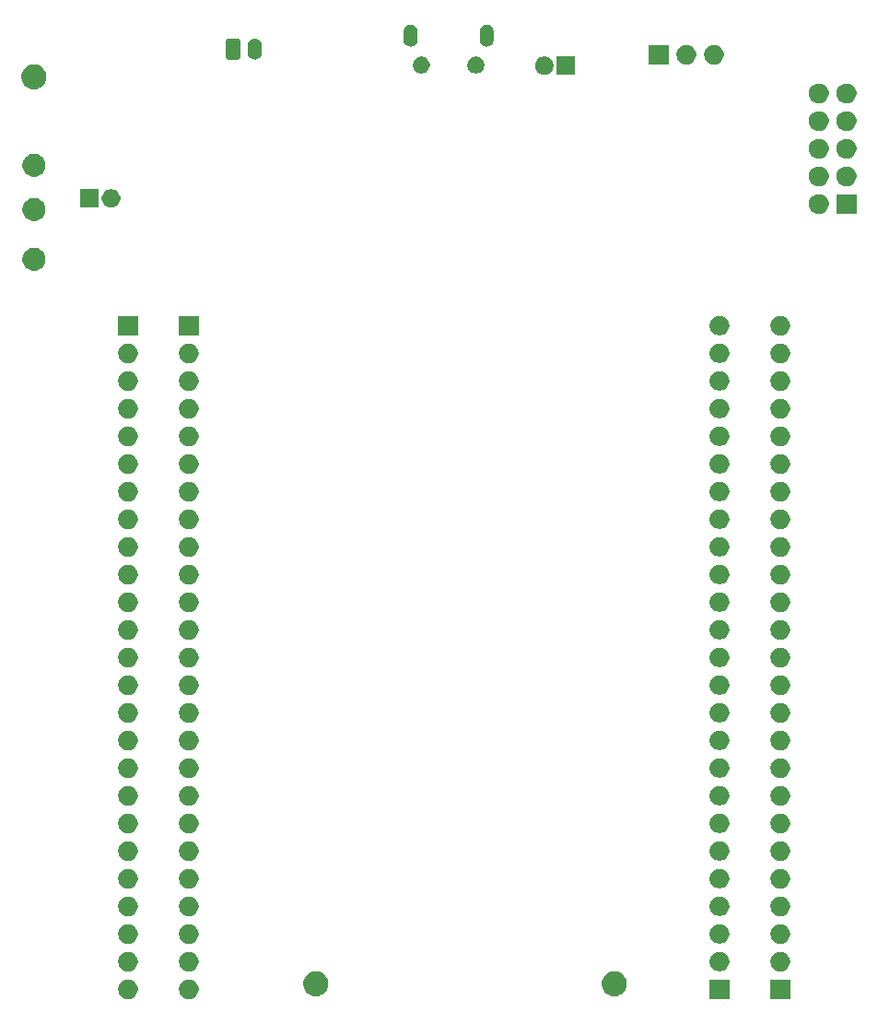
<source format=gbs>
G04 #@! TF.GenerationSoftware,KiCad,Pcbnew,(5.1.5)-3*
G04 #@! TF.CreationDate,2020-04-06T19:00:28-04:00*
G04 #@! TF.ProjectId,ControlBoard,436f6e74-726f-46c4-926f-6172642e6b69,rev?*
G04 #@! TF.SameCoordinates,Original*
G04 #@! TF.FileFunction,Soldermask,Bot*
G04 #@! TF.FilePolarity,Negative*
%FSLAX46Y46*%
G04 Gerber Fmt 4.6, Leading zero omitted, Abs format (unit mm)*
G04 Created by KiCad (PCBNEW (5.1.5)-3) date 2020-04-06 19:00:28*
%MOMM*%
%LPD*%
G04 APERTURE LIST*
%ADD10C,0.100000*%
G04 APERTURE END LIST*
D10*
G36*
X151497512Y-139311927D02*
G01*
X151646812Y-139341624D01*
X151810784Y-139409544D01*
X151958354Y-139508147D01*
X152083853Y-139633646D01*
X152182456Y-139781216D01*
X152250376Y-139945188D01*
X152285000Y-140119259D01*
X152285000Y-140296741D01*
X152250376Y-140470812D01*
X152182456Y-140634784D01*
X152083853Y-140782354D01*
X151958354Y-140907853D01*
X151810784Y-141006456D01*
X151646812Y-141074376D01*
X151502906Y-141103000D01*
X151472742Y-141109000D01*
X151295258Y-141109000D01*
X151265094Y-141103000D01*
X151121188Y-141074376D01*
X150957216Y-141006456D01*
X150809646Y-140907853D01*
X150684147Y-140782354D01*
X150585544Y-140634784D01*
X150517624Y-140470812D01*
X150483000Y-140296741D01*
X150483000Y-140119259D01*
X150517624Y-139945188D01*
X150585544Y-139781216D01*
X150684147Y-139633646D01*
X150809646Y-139508147D01*
X150957216Y-139409544D01*
X151121188Y-139341624D01*
X151270488Y-139311927D01*
X151295258Y-139307000D01*
X151472742Y-139307000D01*
X151497512Y-139311927D01*
G37*
G36*
X157085512Y-139311927D02*
G01*
X157234812Y-139341624D01*
X157398784Y-139409544D01*
X157546354Y-139508147D01*
X157671853Y-139633646D01*
X157770456Y-139781216D01*
X157838376Y-139945188D01*
X157873000Y-140119259D01*
X157873000Y-140296741D01*
X157838376Y-140470812D01*
X157770456Y-140634784D01*
X157671853Y-140782354D01*
X157546354Y-140907853D01*
X157398784Y-141006456D01*
X157234812Y-141074376D01*
X157090906Y-141103000D01*
X157060742Y-141109000D01*
X156883258Y-141109000D01*
X156853094Y-141103000D01*
X156709188Y-141074376D01*
X156545216Y-141006456D01*
X156397646Y-140907853D01*
X156272147Y-140782354D01*
X156173544Y-140634784D01*
X156105624Y-140470812D01*
X156071000Y-140296741D01*
X156071000Y-140119259D01*
X156105624Y-139945188D01*
X156173544Y-139781216D01*
X156272147Y-139633646D01*
X156397646Y-139508147D01*
X156545216Y-139409544D01*
X156709188Y-139341624D01*
X156858488Y-139311927D01*
X156883258Y-139307000D01*
X157060742Y-139307000D01*
X157085512Y-139311927D01*
G37*
G36*
X212229000Y-141109000D02*
G01*
X210427000Y-141109000D01*
X210427000Y-139307000D01*
X212229000Y-139307000D01*
X212229000Y-141109000D01*
G37*
G36*
X206641000Y-141103000D02*
G01*
X204839000Y-141103000D01*
X204839000Y-139301000D01*
X206641000Y-139301000D01*
X206641000Y-141103000D01*
G37*
G36*
X168839747Y-138563000D02*
G01*
X168991734Y-138593232D01*
X169201203Y-138679997D01*
X169389720Y-138805960D01*
X169550040Y-138966280D01*
X169676003Y-139154797D01*
X169762768Y-139364266D01*
X169807000Y-139586636D01*
X169807000Y-139813364D01*
X169762768Y-140035734D01*
X169676003Y-140245203D01*
X169550040Y-140433720D01*
X169389720Y-140594040D01*
X169201203Y-140720003D01*
X168991734Y-140806768D01*
X168880549Y-140828884D01*
X168769365Y-140851000D01*
X168542635Y-140851000D01*
X168431451Y-140828884D01*
X168320266Y-140806768D01*
X168110797Y-140720003D01*
X167922280Y-140594040D01*
X167761960Y-140433720D01*
X167635997Y-140245203D01*
X167549232Y-140035734D01*
X167505000Y-139813364D01*
X167505000Y-139586636D01*
X167549232Y-139364266D01*
X167635997Y-139154797D01*
X167761960Y-138966280D01*
X167922280Y-138805960D01*
X168110797Y-138679997D01*
X168320266Y-138593232D01*
X168472253Y-138563000D01*
X168542635Y-138549000D01*
X168769365Y-138549000D01*
X168839747Y-138563000D01*
G37*
G36*
X196271747Y-138563000D02*
G01*
X196423734Y-138593232D01*
X196633203Y-138679997D01*
X196821720Y-138805960D01*
X196982040Y-138966280D01*
X197108003Y-139154797D01*
X197194768Y-139364266D01*
X197239000Y-139586636D01*
X197239000Y-139813364D01*
X197194768Y-140035734D01*
X197108003Y-140245203D01*
X196982040Y-140433720D01*
X196821720Y-140594040D01*
X196633203Y-140720003D01*
X196423734Y-140806768D01*
X196312549Y-140828884D01*
X196201365Y-140851000D01*
X195974635Y-140851000D01*
X195863451Y-140828884D01*
X195752266Y-140806768D01*
X195542797Y-140720003D01*
X195354280Y-140594040D01*
X195193960Y-140433720D01*
X195067997Y-140245203D01*
X194981232Y-140035734D01*
X194937000Y-139813364D01*
X194937000Y-139586636D01*
X194981232Y-139364266D01*
X195067997Y-139154797D01*
X195193960Y-138966280D01*
X195354280Y-138805960D01*
X195542797Y-138679997D01*
X195752266Y-138593232D01*
X195904253Y-138563000D01*
X195974635Y-138549000D01*
X196201365Y-138549000D01*
X196271747Y-138563000D01*
G37*
G36*
X157085512Y-136771927D02*
G01*
X157234812Y-136801624D01*
X157398784Y-136869544D01*
X157546354Y-136968147D01*
X157671853Y-137093646D01*
X157770456Y-137241216D01*
X157838376Y-137405188D01*
X157868073Y-137554488D01*
X157871807Y-137573258D01*
X157873000Y-137579259D01*
X157873000Y-137756741D01*
X157838376Y-137930812D01*
X157770456Y-138094784D01*
X157671853Y-138242354D01*
X157546354Y-138367853D01*
X157398784Y-138466456D01*
X157234812Y-138534376D01*
X157090906Y-138563000D01*
X157060742Y-138569000D01*
X156883258Y-138569000D01*
X156853094Y-138563000D01*
X156709188Y-138534376D01*
X156545216Y-138466456D01*
X156397646Y-138367853D01*
X156272147Y-138242354D01*
X156173544Y-138094784D01*
X156105624Y-137930812D01*
X156071000Y-137756741D01*
X156071000Y-137579259D01*
X156072194Y-137573258D01*
X156075927Y-137554488D01*
X156105624Y-137405188D01*
X156173544Y-137241216D01*
X156272147Y-137093646D01*
X156397646Y-136968147D01*
X156545216Y-136869544D01*
X156709188Y-136801624D01*
X156858488Y-136771927D01*
X156883258Y-136767000D01*
X157060742Y-136767000D01*
X157085512Y-136771927D01*
G37*
G36*
X151497512Y-136771927D02*
G01*
X151646812Y-136801624D01*
X151810784Y-136869544D01*
X151958354Y-136968147D01*
X152083853Y-137093646D01*
X152182456Y-137241216D01*
X152250376Y-137405188D01*
X152280073Y-137554488D01*
X152283807Y-137573258D01*
X152285000Y-137579259D01*
X152285000Y-137756741D01*
X152250376Y-137930812D01*
X152182456Y-138094784D01*
X152083853Y-138242354D01*
X151958354Y-138367853D01*
X151810784Y-138466456D01*
X151646812Y-138534376D01*
X151502906Y-138563000D01*
X151472742Y-138569000D01*
X151295258Y-138569000D01*
X151265094Y-138563000D01*
X151121188Y-138534376D01*
X150957216Y-138466456D01*
X150809646Y-138367853D01*
X150684147Y-138242354D01*
X150585544Y-138094784D01*
X150517624Y-137930812D01*
X150483000Y-137756741D01*
X150483000Y-137579259D01*
X150484194Y-137573258D01*
X150487927Y-137554488D01*
X150517624Y-137405188D01*
X150585544Y-137241216D01*
X150684147Y-137093646D01*
X150809646Y-136968147D01*
X150957216Y-136869544D01*
X151121188Y-136801624D01*
X151270488Y-136771927D01*
X151295258Y-136767000D01*
X151472742Y-136767000D01*
X151497512Y-136771927D01*
G37*
G36*
X211441512Y-136771927D02*
G01*
X211590812Y-136801624D01*
X211754784Y-136869544D01*
X211902354Y-136968147D01*
X212027853Y-137093646D01*
X212126456Y-137241216D01*
X212194376Y-137405188D01*
X212224073Y-137554488D01*
X212227807Y-137573258D01*
X212229000Y-137579259D01*
X212229000Y-137756741D01*
X212194376Y-137930812D01*
X212126456Y-138094784D01*
X212027853Y-138242354D01*
X211902354Y-138367853D01*
X211754784Y-138466456D01*
X211590812Y-138534376D01*
X211446906Y-138563000D01*
X211416742Y-138569000D01*
X211239258Y-138569000D01*
X211209094Y-138563000D01*
X211065188Y-138534376D01*
X210901216Y-138466456D01*
X210753646Y-138367853D01*
X210628147Y-138242354D01*
X210529544Y-138094784D01*
X210461624Y-137930812D01*
X210427000Y-137756741D01*
X210427000Y-137579259D01*
X210428194Y-137573258D01*
X210431927Y-137554488D01*
X210461624Y-137405188D01*
X210529544Y-137241216D01*
X210628147Y-137093646D01*
X210753646Y-136968147D01*
X210901216Y-136869544D01*
X211065188Y-136801624D01*
X211214488Y-136771927D01*
X211239258Y-136767000D01*
X211416742Y-136767000D01*
X211441512Y-136771927D01*
G37*
G36*
X205853512Y-136765927D02*
G01*
X206002812Y-136795624D01*
X206166784Y-136863544D01*
X206314354Y-136962147D01*
X206439853Y-137087646D01*
X206538456Y-137235216D01*
X206606376Y-137399188D01*
X206636073Y-137548488D01*
X206641000Y-137573258D01*
X206641000Y-137750742D01*
X206636073Y-137775512D01*
X206606376Y-137924812D01*
X206538456Y-138088784D01*
X206439853Y-138236354D01*
X206314354Y-138361853D01*
X206166784Y-138460456D01*
X206002812Y-138528376D01*
X205853512Y-138558073D01*
X205828742Y-138563000D01*
X205651258Y-138563000D01*
X205626488Y-138558073D01*
X205477188Y-138528376D01*
X205313216Y-138460456D01*
X205165646Y-138361853D01*
X205040147Y-138236354D01*
X204941544Y-138088784D01*
X204873624Y-137924812D01*
X204843927Y-137775512D01*
X204839000Y-137750742D01*
X204839000Y-137573258D01*
X204843927Y-137548488D01*
X204873624Y-137399188D01*
X204941544Y-137235216D01*
X205040147Y-137087646D01*
X205165646Y-136962147D01*
X205313216Y-136863544D01*
X205477188Y-136795624D01*
X205626488Y-136765927D01*
X205651258Y-136761000D01*
X205828742Y-136761000D01*
X205853512Y-136765927D01*
G37*
G36*
X157085512Y-134231927D02*
G01*
X157234812Y-134261624D01*
X157398784Y-134329544D01*
X157546354Y-134428147D01*
X157671853Y-134553646D01*
X157770456Y-134701216D01*
X157838376Y-134865188D01*
X157868073Y-135014488D01*
X157871807Y-135033258D01*
X157873000Y-135039259D01*
X157873000Y-135216741D01*
X157838376Y-135390812D01*
X157770456Y-135554784D01*
X157671853Y-135702354D01*
X157546354Y-135827853D01*
X157398784Y-135926456D01*
X157234812Y-135994376D01*
X157090906Y-136023000D01*
X157060742Y-136029000D01*
X156883258Y-136029000D01*
X156853094Y-136023000D01*
X156709188Y-135994376D01*
X156545216Y-135926456D01*
X156397646Y-135827853D01*
X156272147Y-135702354D01*
X156173544Y-135554784D01*
X156105624Y-135390812D01*
X156071000Y-135216741D01*
X156071000Y-135039259D01*
X156072194Y-135033258D01*
X156075927Y-135014488D01*
X156105624Y-134865188D01*
X156173544Y-134701216D01*
X156272147Y-134553646D01*
X156397646Y-134428147D01*
X156545216Y-134329544D01*
X156709188Y-134261624D01*
X156858488Y-134231927D01*
X156883258Y-134227000D01*
X157060742Y-134227000D01*
X157085512Y-134231927D01*
G37*
G36*
X151497512Y-134231927D02*
G01*
X151646812Y-134261624D01*
X151810784Y-134329544D01*
X151958354Y-134428147D01*
X152083853Y-134553646D01*
X152182456Y-134701216D01*
X152250376Y-134865188D01*
X152280073Y-135014488D01*
X152283807Y-135033258D01*
X152285000Y-135039259D01*
X152285000Y-135216741D01*
X152250376Y-135390812D01*
X152182456Y-135554784D01*
X152083853Y-135702354D01*
X151958354Y-135827853D01*
X151810784Y-135926456D01*
X151646812Y-135994376D01*
X151502906Y-136023000D01*
X151472742Y-136029000D01*
X151295258Y-136029000D01*
X151265094Y-136023000D01*
X151121188Y-135994376D01*
X150957216Y-135926456D01*
X150809646Y-135827853D01*
X150684147Y-135702354D01*
X150585544Y-135554784D01*
X150517624Y-135390812D01*
X150483000Y-135216741D01*
X150483000Y-135039259D01*
X150484194Y-135033258D01*
X150487927Y-135014488D01*
X150517624Y-134865188D01*
X150585544Y-134701216D01*
X150684147Y-134553646D01*
X150809646Y-134428147D01*
X150957216Y-134329544D01*
X151121188Y-134261624D01*
X151270488Y-134231927D01*
X151295258Y-134227000D01*
X151472742Y-134227000D01*
X151497512Y-134231927D01*
G37*
G36*
X211441512Y-134231927D02*
G01*
X211590812Y-134261624D01*
X211754784Y-134329544D01*
X211902354Y-134428147D01*
X212027853Y-134553646D01*
X212126456Y-134701216D01*
X212194376Y-134865188D01*
X212224073Y-135014488D01*
X212227807Y-135033258D01*
X212229000Y-135039259D01*
X212229000Y-135216741D01*
X212194376Y-135390812D01*
X212126456Y-135554784D01*
X212027853Y-135702354D01*
X211902354Y-135827853D01*
X211754784Y-135926456D01*
X211590812Y-135994376D01*
X211446906Y-136023000D01*
X211416742Y-136029000D01*
X211239258Y-136029000D01*
X211209094Y-136023000D01*
X211065188Y-135994376D01*
X210901216Y-135926456D01*
X210753646Y-135827853D01*
X210628147Y-135702354D01*
X210529544Y-135554784D01*
X210461624Y-135390812D01*
X210427000Y-135216741D01*
X210427000Y-135039259D01*
X210428194Y-135033258D01*
X210431927Y-135014488D01*
X210461624Y-134865188D01*
X210529544Y-134701216D01*
X210628147Y-134553646D01*
X210753646Y-134428147D01*
X210901216Y-134329544D01*
X211065188Y-134261624D01*
X211214488Y-134231927D01*
X211239258Y-134227000D01*
X211416742Y-134227000D01*
X211441512Y-134231927D01*
G37*
G36*
X205853512Y-134225927D02*
G01*
X206002812Y-134255624D01*
X206166784Y-134323544D01*
X206314354Y-134422147D01*
X206439853Y-134547646D01*
X206538456Y-134695216D01*
X206606376Y-134859188D01*
X206636073Y-135008488D01*
X206641000Y-135033258D01*
X206641000Y-135210742D01*
X206636073Y-135235512D01*
X206606376Y-135384812D01*
X206538456Y-135548784D01*
X206439853Y-135696354D01*
X206314354Y-135821853D01*
X206166784Y-135920456D01*
X206002812Y-135988376D01*
X205853512Y-136018073D01*
X205828742Y-136023000D01*
X205651258Y-136023000D01*
X205626488Y-136018073D01*
X205477188Y-135988376D01*
X205313216Y-135920456D01*
X205165646Y-135821853D01*
X205040147Y-135696354D01*
X204941544Y-135548784D01*
X204873624Y-135384812D01*
X204843927Y-135235512D01*
X204839000Y-135210742D01*
X204839000Y-135033258D01*
X204843927Y-135008488D01*
X204873624Y-134859188D01*
X204941544Y-134695216D01*
X205040147Y-134547646D01*
X205165646Y-134422147D01*
X205313216Y-134323544D01*
X205477188Y-134255624D01*
X205626488Y-134225927D01*
X205651258Y-134221000D01*
X205828742Y-134221000D01*
X205853512Y-134225927D01*
G37*
G36*
X151497512Y-131691927D02*
G01*
X151646812Y-131721624D01*
X151810784Y-131789544D01*
X151958354Y-131888147D01*
X152083853Y-132013646D01*
X152182456Y-132161216D01*
X152250376Y-132325188D01*
X152280073Y-132474488D01*
X152283807Y-132493258D01*
X152285000Y-132499259D01*
X152285000Y-132676741D01*
X152250376Y-132850812D01*
X152182456Y-133014784D01*
X152083853Y-133162354D01*
X151958354Y-133287853D01*
X151810784Y-133386456D01*
X151646812Y-133454376D01*
X151502906Y-133483000D01*
X151472742Y-133489000D01*
X151295258Y-133489000D01*
X151265094Y-133483000D01*
X151121188Y-133454376D01*
X150957216Y-133386456D01*
X150809646Y-133287853D01*
X150684147Y-133162354D01*
X150585544Y-133014784D01*
X150517624Y-132850812D01*
X150483000Y-132676741D01*
X150483000Y-132499259D01*
X150484194Y-132493258D01*
X150487927Y-132474488D01*
X150517624Y-132325188D01*
X150585544Y-132161216D01*
X150684147Y-132013646D01*
X150809646Y-131888147D01*
X150957216Y-131789544D01*
X151121188Y-131721624D01*
X151270488Y-131691927D01*
X151295258Y-131687000D01*
X151472742Y-131687000D01*
X151497512Y-131691927D01*
G37*
G36*
X211441512Y-131691927D02*
G01*
X211590812Y-131721624D01*
X211754784Y-131789544D01*
X211902354Y-131888147D01*
X212027853Y-132013646D01*
X212126456Y-132161216D01*
X212194376Y-132325188D01*
X212224073Y-132474488D01*
X212227807Y-132493258D01*
X212229000Y-132499259D01*
X212229000Y-132676741D01*
X212194376Y-132850812D01*
X212126456Y-133014784D01*
X212027853Y-133162354D01*
X211902354Y-133287853D01*
X211754784Y-133386456D01*
X211590812Y-133454376D01*
X211446906Y-133483000D01*
X211416742Y-133489000D01*
X211239258Y-133489000D01*
X211209094Y-133483000D01*
X211065188Y-133454376D01*
X210901216Y-133386456D01*
X210753646Y-133287853D01*
X210628147Y-133162354D01*
X210529544Y-133014784D01*
X210461624Y-132850812D01*
X210427000Y-132676741D01*
X210427000Y-132499259D01*
X210428194Y-132493258D01*
X210431927Y-132474488D01*
X210461624Y-132325188D01*
X210529544Y-132161216D01*
X210628147Y-132013646D01*
X210753646Y-131888147D01*
X210901216Y-131789544D01*
X211065188Y-131721624D01*
X211214488Y-131691927D01*
X211239258Y-131687000D01*
X211416742Y-131687000D01*
X211441512Y-131691927D01*
G37*
G36*
X157085512Y-131691927D02*
G01*
X157234812Y-131721624D01*
X157398784Y-131789544D01*
X157546354Y-131888147D01*
X157671853Y-132013646D01*
X157770456Y-132161216D01*
X157838376Y-132325188D01*
X157868073Y-132474488D01*
X157871807Y-132493258D01*
X157873000Y-132499259D01*
X157873000Y-132676741D01*
X157838376Y-132850812D01*
X157770456Y-133014784D01*
X157671853Y-133162354D01*
X157546354Y-133287853D01*
X157398784Y-133386456D01*
X157234812Y-133454376D01*
X157090906Y-133483000D01*
X157060742Y-133489000D01*
X156883258Y-133489000D01*
X156853094Y-133483000D01*
X156709188Y-133454376D01*
X156545216Y-133386456D01*
X156397646Y-133287853D01*
X156272147Y-133162354D01*
X156173544Y-133014784D01*
X156105624Y-132850812D01*
X156071000Y-132676741D01*
X156071000Y-132499259D01*
X156072194Y-132493258D01*
X156075927Y-132474488D01*
X156105624Y-132325188D01*
X156173544Y-132161216D01*
X156272147Y-132013646D01*
X156397646Y-131888147D01*
X156545216Y-131789544D01*
X156709188Y-131721624D01*
X156858488Y-131691927D01*
X156883258Y-131687000D01*
X157060742Y-131687000D01*
X157085512Y-131691927D01*
G37*
G36*
X205853512Y-131685927D02*
G01*
X206002812Y-131715624D01*
X206166784Y-131783544D01*
X206314354Y-131882147D01*
X206439853Y-132007646D01*
X206538456Y-132155216D01*
X206606376Y-132319188D01*
X206636073Y-132468488D01*
X206641000Y-132493258D01*
X206641000Y-132670742D01*
X206636073Y-132695512D01*
X206606376Y-132844812D01*
X206538456Y-133008784D01*
X206439853Y-133156354D01*
X206314354Y-133281853D01*
X206166784Y-133380456D01*
X206002812Y-133448376D01*
X205853512Y-133478073D01*
X205828742Y-133483000D01*
X205651258Y-133483000D01*
X205626488Y-133478073D01*
X205477188Y-133448376D01*
X205313216Y-133380456D01*
X205165646Y-133281853D01*
X205040147Y-133156354D01*
X204941544Y-133008784D01*
X204873624Y-132844812D01*
X204843927Y-132695512D01*
X204839000Y-132670742D01*
X204839000Y-132493258D01*
X204843927Y-132468488D01*
X204873624Y-132319188D01*
X204941544Y-132155216D01*
X205040147Y-132007646D01*
X205165646Y-131882147D01*
X205313216Y-131783544D01*
X205477188Y-131715624D01*
X205626488Y-131685927D01*
X205651258Y-131681000D01*
X205828742Y-131681000D01*
X205853512Y-131685927D01*
G37*
G36*
X157085512Y-129151927D02*
G01*
X157234812Y-129181624D01*
X157398784Y-129249544D01*
X157546354Y-129348147D01*
X157671853Y-129473646D01*
X157770456Y-129621216D01*
X157838376Y-129785188D01*
X157868073Y-129934488D01*
X157871807Y-129953258D01*
X157873000Y-129959259D01*
X157873000Y-130136741D01*
X157838376Y-130310812D01*
X157770456Y-130474784D01*
X157671853Y-130622354D01*
X157546354Y-130747853D01*
X157398784Y-130846456D01*
X157234812Y-130914376D01*
X157090906Y-130943000D01*
X157060742Y-130949000D01*
X156883258Y-130949000D01*
X156853094Y-130943000D01*
X156709188Y-130914376D01*
X156545216Y-130846456D01*
X156397646Y-130747853D01*
X156272147Y-130622354D01*
X156173544Y-130474784D01*
X156105624Y-130310812D01*
X156071000Y-130136741D01*
X156071000Y-129959259D01*
X156072194Y-129953258D01*
X156075927Y-129934488D01*
X156105624Y-129785188D01*
X156173544Y-129621216D01*
X156272147Y-129473646D01*
X156397646Y-129348147D01*
X156545216Y-129249544D01*
X156709188Y-129181624D01*
X156858488Y-129151927D01*
X156883258Y-129147000D01*
X157060742Y-129147000D01*
X157085512Y-129151927D01*
G37*
G36*
X211441512Y-129151927D02*
G01*
X211590812Y-129181624D01*
X211754784Y-129249544D01*
X211902354Y-129348147D01*
X212027853Y-129473646D01*
X212126456Y-129621216D01*
X212194376Y-129785188D01*
X212224073Y-129934488D01*
X212227807Y-129953258D01*
X212229000Y-129959259D01*
X212229000Y-130136741D01*
X212194376Y-130310812D01*
X212126456Y-130474784D01*
X212027853Y-130622354D01*
X211902354Y-130747853D01*
X211754784Y-130846456D01*
X211590812Y-130914376D01*
X211446906Y-130943000D01*
X211416742Y-130949000D01*
X211239258Y-130949000D01*
X211209094Y-130943000D01*
X211065188Y-130914376D01*
X210901216Y-130846456D01*
X210753646Y-130747853D01*
X210628147Y-130622354D01*
X210529544Y-130474784D01*
X210461624Y-130310812D01*
X210427000Y-130136741D01*
X210427000Y-129959259D01*
X210428194Y-129953258D01*
X210431927Y-129934488D01*
X210461624Y-129785188D01*
X210529544Y-129621216D01*
X210628147Y-129473646D01*
X210753646Y-129348147D01*
X210901216Y-129249544D01*
X211065188Y-129181624D01*
X211214488Y-129151927D01*
X211239258Y-129147000D01*
X211416742Y-129147000D01*
X211441512Y-129151927D01*
G37*
G36*
X151497512Y-129151927D02*
G01*
X151646812Y-129181624D01*
X151810784Y-129249544D01*
X151958354Y-129348147D01*
X152083853Y-129473646D01*
X152182456Y-129621216D01*
X152250376Y-129785188D01*
X152280073Y-129934488D01*
X152283807Y-129953258D01*
X152285000Y-129959259D01*
X152285000Y-130136741D01*
X152250376Y-130310812D01*
X152182456Y-130474784D01*
X152083853Y-130622354D01*
X151958354Y-130747853D01*
X151810784Y-130846456D01*
X151646812Y-130914376D01*
X151502906Y-130943000D01*
X151472742Y-130949000D01*
X151295258Y-130949000D01*
X151265094Y-130943000D01*
X151121188Y-130914376D01*
X150957216Y-130846456D01*
X150809646Y-130747853D01*
X150684147Y-130622354D01*
X150585544Y-130474784D01*
X150517624Y-130310812D01*
X150483000Y-130136741D01*
X150483000Y-129959259D01*
X150484194Y-129953258D01*
X150487927Y-129934488D01*
X150517624Y-129785188D01*
X150585544Y-129621216D01*
X150684147Y-129473646D01*
X150809646Y-129348147D01*
X150957216Y-129249544D01*
X151121188Y-129181624D01*
X151270488Y-129151927D01*
X151295258Y-129147000D01*
X151472742Y-129147000D01*
X151497512Y-129151927D01*
G37*
G36*
X205853512Y-129145927D02*
G01*
X206002812Y-129175624D01*
X206166784Y-129243544D01*
X206314354Y-129342147D01*
X206439853Y-129467646D01*
X206538456Y-129615216D01*
X206606376Y-129779188D01*
X206636073Y-129928488D01*
X206641000Y-129953258D01*
X206641000Y-130130742D01*
X206636073Y-130155512D01*
X206606376Y-130304812D01*
X206538456Y-130468784D01*
X206439853Y-130616354D01*
X206314354Y-130741853D01*
X206166784Y-130840456D01*
X206002812Y-130908376D01*
X205853512Y-130938073D01*
X205828742Y-130943000D01*
X205651258Y-130943000D01*
X205626488Y-130938073D01*
X205477188Y-130908376D01*
X205313216Y-130840456D01*
X205165646Y-130741853D01*
X205040147Y-130616354D01*
X204941544Y-130468784D01*
X204873624Y-130304812D01*
X204843927Y-130155512D01*
X204839000Y-130130742D01*
X204839000Y-129953258D01*
X204843927Y-129928488D01*
X204873624Y-129779188D01*
X204941544Y-129615216D01*
X205040147Y-129467646D01*
X205165646Y-129342147D01*
X205313216Y-129243544D01*
X205477188Y-129175624D01*
X205626488Y-129145927D01*
X205651258Y-129141000D01*
X205828742Y-129141000D01*
X205853512Y-129145927D01*
G37*
G36*
X151497512Y-126611927D02*
G01*
X151646812Y-126641624D01*
X151810784Y-126709544D01*
X151958354Y-126808147D01*
X152083853Y-126933646D01*
X152182456Y-127081216D01*
X152250376Y-127245188D01*
X152280073Y-127394488D01*
X152283807Y-127413258D01*
X152285000Y-127419259D01*
X152285000Y-127596741D01*
X152250376Y-127770812D01*
X152182456Y-127934784D01*
X152083853Y-128082354D01*
X151958354Y-128207853D01*
X151810784Y-128306456D01*
X151646812Y-128374376D01*
X151502906Y-128403000D01*
X151472742Y-128409000D01*
X151295258Y-128409000D01*
X151265094Y-128403000D01*
X151121188Y-128374376D01*
X150957216Y-128306456D01*
X150809646Y-128207853D01*
X150684147Y-128082354D01*
X150585544Y-127934784D01*
X150517624Y-127770812D01*
X150483000Y-127596741D01*
X150483000Y-127419259D01*
X150484194Y-127413258D01*
X150487927Y-127394488D01*
X150517624Y-127245188D01*
X150585544Y-127081216D01*
X150684147Y-126933646D01*
X150809646Y-126808147D01*
X150957216Y-126709544D01*
X151121188Y-126641624D01*
X151270488Y-126611927D01*
X151295258Y-126607000D01*
X151472742Y-126607000D01*
X151497512Y-126611927D01*
G37*
G36*
X157085512Y-126611927D02*
G01*
X157234812Y-126641624D01*
X157398784Y-126709544D01*
X157546354Y-126808147D01*
X157671853Y-126933646D01*
X157770456Y-127081216D01*
X157838376Y-127245188D01*
X157868073Y-127394488D01*
X157871807Y-127413258D01*
X157873000Y-127419259D01*
X157873000Y-127596741D01*
X157838376Y-127770812D01*
X157770456Y-127934784D01*
X157671853Y-128082354D01*
X157546354Y-128207853D01*
X157398784Y-128306456D01*
X157234812Y-128374376D01*
X157090906Y-128403000D01*
X157060742Y-128409000D01*
X156883258Y-128409000D01*
X156853094Y-128403000D01*
X156709188Y-128374376D01*
X156545216Y-128306456D01*
X156397646Y-128207853D01*
X156272147Y-128082354D01*
X156173544Y-127934784D01*
X156105624Y-127770812D01*
X156071000Y-127596741D01*
X156071000Y-127419259D01*
X156072194Y-127413258D01*
X156075927Y-127394488D01*
X156105624Y-127245188D01*
X156173544Y-127081216D01*
X156272147Y-126933646D01*
X156397646Y-126808147D01*
X156545216Y-126709544D01*
X156709188Y-126641624D01*
X156858488Y-126611927D01*
X156883258Y-126607000D01*
X157060742Y-126607000D01*
X157085512Y-126611927D01*
G37*
G36*
X211441512Y-126611927D02*
G01*
X211590812Y-126641624D01*
X211754784Y-126709544D01*
X211902354Y-126808147D01*
X212027853Y-126933646D01*
X212126456Y-127081216D01*
X212194376Y-127245188D01*
X212224073Y-127394488D01*
X212227807Y-127413258D01*
X212229000Y-127419259D01*
X212229000Y-127596741D01*
X212194376Y-127770812D01*
X212126456Y-127934784D01*
X212027853Y-128082354D01*
X211902354Y-128207853D01*
X211754784Y-128306456D01*
X211590812Y-128374376D01*
X211446906Y-128403000D01*
X211416742Y-128409000D01*
X211239258Y-128409000D01*
X211209094Y-128403000D01*
X211065188Y-128374376D01*
X210901216Y-128306456D01*
X210753646Y-128207853D01*
X210628147Y-128082354D01*
X210529544Y-127934784D01*
X210461624Y-127770812D01*
X210427000Y-127596741D01*
X210427000Y-127419259D01*
X210428194Y-127413258D01*
X210431927Y-127394488D01*
X210461624Y-127245188D01*
X210529544Y-127081216D01*
X210628147Y-126933646D01*
X210753646Y-126808147D01*
X210901216Y-126709544D01*
X211065188Y-126641624D01*
X211214488Y-126611927D01*
X211239258Y-126607000D01*
X211416742Y-126607000D01*
X211441512Y-126611927D01*
G37*
G36*
X205853512Y-126605927D02*
G01*
X206002812Y-126635624D01*
X206166784Y-126703544D01*
X206314354Y-126802147D01*
X206439853Y-126927646D01*
X206538456Y-127075216D01*
X206606376Y-127239188D01*
X206636073Y-127388488D01*
X206641000Y-127413258D01*
X206641000Y-127590742D01*
X206636073Y-127615512D01*
X206606376Y-127764812D01*
X206538456Y-127928784D01*
X206439853Y-128076354D01*
X206314354Y-128201853D01*
X206166784Y-128300456D01*
X206002812Y-128368376D01*
X205853512Y-128398073D01*
X205828742Y-128403000D01*
X205651258Y-128403000D01*
X205626488Y-128398073D01*
X205477188Y-128368376D01*
X205313216Y-128300456D01*
X205165646Y-128201853D01*
X205040147Y-128076354D01*
X204941544Y-127928784D01*
X204873624Y-127764812D01*
X204843927Y-127615512D01*
X204839000Y-127590742D01*
X204839000Y-127413258D01*
X204843927Y-127388488D01*
X204873624Y-127239188D01*
X204941544Y-127075216D01*
X205040147Y-126927646D01*
X205165646Y-126802147D01*
X205313216Y-126703544D01*
X205477188Y-126635624D01*
X205626488Y-126605927D01*
X205651258Y-126601000D01*
X205828742Y-126601000D01*
X205853512Y-126605927D01*
G37*
G36*
X151497512Y-124071927D02*
G01*
X151646812Y-124101624D01*
X151810784Y-124169544D01*
X151958354Y-124268147D01*
X152083853Y-124393646D01*
X152182456Y-124541216D01*
X152250376Y-124705188D01*
X152280073Y-124854488D01*
X152283807Y-124873258D01*
X152285000Y-124879259D01*
X152285000Y-125056741D01*
X152250376Y-125230812D01*
X152182456Y-125394784D01*
X152083853Y-125542354D01*
X151958354Y-125667853D01*
X151810784Y-125766456D01*
X151646812Y-125834376D01*
X151502906Y-125863000D01*
X151472742Y-125869000D01*
X151295258Y-125869000D01*
X151265094Y-125863000D01*
X151121188Y-125834376D01*
X150957216Y-125766456D01*
X150809646Y-125667853D01*
X150684147Y-125542354D01*
X150585544Y-125394784D01*
X150517624Y-125230812D01*
X150483000Y-125056741D01*
X150483000Y-124879259D01*
X150484194Y-124873258D01*
X150487927Y-124854488D01*
X150517624Y-124705188D01*
X150585544Y-124541216D01*
X150684147Y-124393646D01*
X150809646Y-124268147D01*
X150957216Y-124169544D01*
X151121188Y-124101624D01*
X151270488Y-124071927D01*
X151295258Y-124067000D01*
X151472742Y-124067000D01*
X151497512Y-124071927D01*
G37*
G36*
X211441512Y-124071927D02*
G01*
X211590812Y-124101624D01*
X211754784Y-124169544D01*
X211902354Y-124268147D01*
X212027853Y-124393646D01*
X212126456Y-124541216D01*
X212194376Y-124705188D01*
X212224073Y-124854488D01*
X212227807Y-124873258D01*
X212229000Y-124879259D01*
X212229000Y-125056741D01*
X212194376Y-125230812D01*
X212126456Y-125394784D01*
X212027853Y-125542354D01*
X211902354Y-125667853D01*
X211754784Y-125766456D01*
X211590812Y-125834376D01*
X211446906Y-125863000D01*
X211416742Y-125869000D01*
X211239258Y-125869000D01*
X211209094Y-125863000D01*
X211065188Y-125834376D01*
X210901216Y-125766456D01*
X210753646Y-125667853D01*
X210628147Y-125542354D01*
X210529544Y-125394784D01*
X210461624Y-125230812D01*
X210427000Y-125056741D01*
X210427000Y-124879259D01*
X210428194Y-124873258D01*
X210431927Y-124854488D01*
X210461624Y-124705188D01*
X210529544Y-124541216D01*
X210628147Y-124393646D01*
X210753646Y-124268147D01*
X210901216Y-124169544D01*
X211065188Y-124101624D01*
X211214488Y-124071927D01*
X211239258Y-124067000D01*
X211416742Y-124067000D01*
X211441512Y-124071927D01*
G37*
G36*
X157085512Y-124071927D02*
G01*
X157234812Y-124101624D01*
X157398784Y-124169544D01*
X157546354Y-124268147D01*
X157671853Y-124393646D01*
X157770456Y-124541216D01*
X157838376Y-124705188D01*
X157868073Y-124854488D01*
X157871807Y-124873258D01*
X157873000Y-124879259D01*
X157873000Y-125056741D01*
X157838376Y-125230812D01*
X157770456Y-125394784D01*
X157671853Y-125542354D01*
X157546354Y-125667853D01*
X157398784Y-125766456D01*
X157234812Y-125834376D01*
X157090906Y-125863000D01*
X157060742Y-125869000D01*
X156883258Y-125869000D01*
X156853094Y-125863000D01*
X156709188Y-125834376D01*
X156545216Y-125766456D01*
X156397646Y-125667853D01*
X156272147Y-125542354D01*
X156173544Y-125394784D01*
X156105624Y-125230812D01*
X156071000Y-125056741D01*
X156071000Y-124879259D01*
X156072194Y-124873258D01*
X156075927Y-124854488D01*
X156105624Y-124705188D01*
X156173544Y-124541216D01*
X156272147Y-124393646D01*
X156397646Y-124268147D01*
X156545216Y-124169544D01*
X156709188Y-124101624D01*
X156858488Y-124071927D01*
X156883258Y-124067000D01*
X157060742Y-124067000D01*
X157085512Y-124071927D01*
G37*
G36*
X205853512Y-124065927D02*
G01*
X206002812Y-124095624D01*
X206166784Y-124163544D01*
X206314354Y-124262147D01*
X206439853Y-124387646D01*
X206538456Y-124535216D01*
X206606376Y-124699188D01*
X206636073Y-124848488D01*
X206641000Y-124873258D01*
X206641000Y-125050742D01*
X206636073Y-125075512D01*
X206606376Y-125224812D01*
X206538456Y-125388784D01*
X206439853Y-125536354D01*
X206314354Y-125661853D01*
X206166784Y-125760456D01*
X206002812Y-125828376D01*
X205853512Y-125858073D01*
X205828742Y-125863000D01*
X205651258Y-125863000D01*
X205626488Y-125858073D01*
X205477188Y-125828376D01*
X205313216Y-125760456D01*
X205165646Y-125661853D01*
X205040147Y-125536354D01*
X204941544Y-125388784D01*
X204873624Y-125224812D01*
X204843927Y-125075512D01*
X204839000Y-125050742D01*
X204839000Y-124873258D01*
X204843927Y-124848488D01*
X204873624Y-124699188D01*
X204941544Y-124535216D01*
X205040147Y-124387646D01*
X205165646Y-124262147D01*
X205313216Y-124163544D01*
X205477188Y-124095624D01*
X205626488Y-124065927D01*
X205651258Y-124061000D01*
X205828742Y-124061000D01*
X205853512Y-124065927D01*
G37*
G36*
X157085512Y-121531927D02*
G01*
X157234812Y-121561624D01*
X157398784Y-121629544D01*
X157546354Y-121728147D01*
X157671853Y-121853646D01*
X157770456Y-122001216D01*
X157838376Y-122165188D01*
X157868073Y-122314488D01*
X157871807Y-122333258D01*
X157873000Y-122339259D01*
X157873000Y-122516741D01*
X157838376Y-122690812D01*
X157770456Y-122854784D01*
X157671853Y-123002354D01*
X157546354Y-123127853D01*
X157398784Y-123226456D01*
X157234812Y-123294376D01*
X157090906Y-123323000D01*
X157060742Y-123329000D01*
X156883258Y-123329000D01*
X156853094Y-123323000D01*
X156709188Y-123294376D01*
X156545216Y-123226456D01*
X156397646Y-123127853D01*
X156272147Y-123002354D01*
X156173544Y-122854784D01*
X156105624Y-122690812D01*
X156071000Y-122516741D01*
X156071000Y-122339259D01*
X156072194Y-122333258D01*
X156075927Y-122314488D01*
X156105624Y-122165188D01*
X156173544Y-122001216D01*
X156272147Y-121853646D01*
X156397646Y-121728147D01*
X156545216Y-121629544D01*
X156709188Y-121561624D01*
X156858488Y-121531927D01*
X156883258Y-121527000D01*
X157060742Y-121527000D01*
X157085512Y-121531927D01*
G37*
G36*
X211441512Y-121531927D02*
G01*
X211590812Y-121561624D01*
X211754784Y-121629544D01*
X211902354Y-121728147D01*
X212027853Y-121853646D01*
X212126456Y-122001216D01*
X212194376Y-122165188D01*
X212224073Y-122314488D01*
X212227807Y-122333258D01*
X212229000Y-122339259D01*
X212229000Y-122516741D01*
X212194376Y-122690812D01*
X212126456Y-122854784D01*
X212027853Y-123002354D01*
X211902354Y-123127853D01*
X211754784Y-123226456D01*
X211590812Y-123294376D01*
X211446906Y-123323000D01*
X211416742Y-123329000D01*
X211239258Y-123329000D01*
X211209094Y-123323000D01*
X211065188Y-123294376D01*
X210901216Y-123226456D01*
X210753646Y-123127853D01*
X210628147Y-123002354D01*
X210529544Y-122854784D01*
X210461624Y-122690812D01*
X210427000Y-122516741D01*
X210427000Y-122339259D01*
X210428194Y-122333258D01*
X210431927Y-122314488D01*
X210461624Y-122165188D01*
X210529544Y-122001216D01*
X210628147Y-121853646D01*
X210753646Y-121728147D01*
X210901216Y-121629544D01*
X211065188Y-121561624D01*
X211214488Y-121531927D01*
X211239258Y-121527000D01*
X211416742Y-121527000D01*
X211441512Y-121531927D01*
G37*
G36*
X151497512Y-121531927D02*
G01*
X151646812Y-121561624D01*
X151810784Y-121629544D01*
X151958354Y-121728147D01*
X152083853Y-121853646D01*
X152182456Y-122001216D01*
X152250376Y-122165188D01*
X152280073Y-122314488D01*
X152283807Y-122333258D01*
X152285000Y-122339259D01*
X152285000Y-122516741D01*
X152250376Y-122690812D01*
X152182456Y-122854784D01*
X152083853Y-123002354D01*
X151958354Y-123127853D01*
X151810784Y-123226456D01*
X151646812Y-123294376D01*
X151502906Y-123323000D01*
X151472742Y-123329000D01*
X151295258Y-123329000D01*
X151265094Y-123323000D01*
X151121188Y-123294376D01*
X150957216Y-123226456D01*
X150809646Y-123127853D01*
X150684147Y-123002354D01*
X150585544Y-122854784D01*
X150517624Y-122690812D01*
X150483000Y-122516741D01*
X150483000Y-122339259D01*
X150484194Y-122333258D01*
X150487927Y-122314488D01*
X150517624Y-122165188D01*
X150585544Y-122001216D01*
X150684147Y-121853646D01*
X150809646Y-121728147D01*
X150957216Y-121629544D01*
X151121188Y-121561624D01*
X151270488Y-121531927D01*
X151295258Y-121527000D01*
X151472742Y-121527000D01*
X151497512Y-121531927D01*
G37*
G36*
X205853512Y-121525927D02*
G01*
X206002812Y-121555624D01*
X206166784Y-121623544D01*
X206314354Y-121722147D01*
X206439853Y-121847646D01*
X206538456Y-121995216D01*
X206606376Y-122159188D01*
X206636073Y-122308488D01*
X206641000Y-122333258D01*
X206641000Y-122510742D01*
X206636073Y-122535512D01*
X206606376Y-122684812D01*
X206538456Y-122848784D01*
X206439853Y-122996354D01*
X206314354Y-123121853D01*
X206166784Y-123220456D01*
X206002812Y-123288376D01*
X205853512Y-123318073D01*
X205828742Y-123323000D01*
X205651258Y-123323000D01*
X205626488Y-123318073D01*
X205477188Y-123288376D01*
X205313216Y-123220456D01*
X205165646Y-123121853D01*
X205040147Y-122996354D01*
X204941544Y-122848784D01*
X204873624Y-122684812D01*
X204843927Y-122535512D01*
X204839000Y-122510742D01*
X204839000Y-122333258D01*
X204843927Y-122308488D01*
X204873624Y-122159188D01*
X204941544Y-121995216D01*
X205040147Y-121847646D01*
X205165646Y-121722147D01*
X205313216Y-121623544D01*
X205477188Y-121555624D01*
X205626488Y-121525927D01*
X205651258Y-121521000D01*
X205828742Y-121521000D01*
X205853512Y-121525927D01*
G37*
G36*
X157085512Y-118991927D02*
G01*
X157234812Y-119021624D01*
X157398784Y-119089544D01*
X157546354Y-119188147D01*
X157671853Y-119313646D01*
X157770456Y-119461216D01*
X157838376Y-119625188D01*
X157868073Y-119774488D01*
X157871807Y-119793258D01*
X157873000Y-119799259D01*
X157873000Y-119976741D01*
X157838376Y-120150812D01*
X157770456Y-120314784D01*
X157671853Y-120462354D01*
X157546354Y-120587853D01*
X157398784Y-120686456D01*
X157234812Y-120754376D01*
X157090906Y-120783000D01*
X157060742Y-120789000D01*
X156883258Y-120789000D01*
X156853094Y-120783000D01*
X156709188Y-120754376D01*
X156545216Y-120686456D01*
X156397646Y-120587853D01*
X156272147Y-120462354D01*
X156173544Y-120314784D01*
X156105624Y-120150812D01*
X156071000Y-119976741D01*
X156071000Y-119799259D01*
X156072194Y-119793258D01*
X156075927Y-119774488D01*
X156105624Y-119625188D01*
X156173544Y-119461216D01*
X156272147Y-119313646D01*
X156397646Y-119188147D01*
X156545216Y-119089544D01*
X156709188Y-119021624D01*
X156858488Y-118991927D01*
X156883258Y-118987000D01*
X157060742Y-118987000D01*
X157085512Y-118991927D01*
G37*
G36*
X151497512Y-118991927D02*
G01*
X151646812Y-119021624D01*
X151810784Y-119089544D01*
X151958354Y-119188147D01*
X152083853Y-119313646D01*
X152182456Y-119461216D01*
X152250376Y-119625188D01*
X152280073Y-119774488D01*
X152283807Y-119793258D01*
X152285000Y-119799259D01*
X152285000Y-119976741D01*
X152250376Y-120150812D01*
X152182456Y-120314784D01*
X152083853Y-120462354D01*
X151958354Y-120587853D01*
X151810784Y-120686456D01*
X151646812Y-120754376D01*
X151502906Y-120783000D01*
X151472742Y-120789000D01*
X151295258Y-120789000D01*
X151265094Y-120783000D01*
X151121188Y-120754376D01*
X150957216Y-120686456D01*
X150809646Y-120587853D01*
X150684147Y-120462354D01*
X150585544Y-120314784D01*
X150517624Y-120150812D01*
X150483000Y-119976741D01*
X150483000Y-119799259D01*
X150484194Y-119793258D01*
X150487927Y-119774488D01*
X150517624Y-119625188D01*
X150585544Y-119461216D01*
X150684147Y-119313646D01*
X150809646Y-119188147D01*
X150957216Y-119089544D01*
X151121188Y-119021624D01*
X151270488Y-118991927D01*
X151295258Y-118987000D01*
X151472742Y-118987000D01*
X151497512Y-118991927D01*
G37*
G36*
X211441512Y-118991927D02*
G01*
X211590812Y-119021624D01*
X211754784Y-119089544D01*
X211902354Y-119188147D01*
X212027853Y-119313646D01*
X212126456Y-119461216D01*
X212194376Y-119625188D01*
X212224073Y-119774488D01*
X212227807Y-119793258D01*
X212229000Y-119799259D01*
X212229000Y-119976741D01*
X212194376Y-120150812D01*
X212126456Y-120314784D01*
X212027853Y-120462354D01*
X211902354Y-120587853D01*
X211754784Y-120686456D01*
X211590812Y-120754376D01*
X211446906Y-120783000D01*
X211416742Y-120789000D01*
X211239258Y-120789000D01*
X211209094Y-120783000D01*
X211065188Y-120754376D01*
X210901216Y-120686456D01*
X210753646Y-120587853D01*
X210628147Y-120462354D01*
X210529544Y-120314784D01*
X210461624Y-120150812D01*
X210427000Y-119976741D01*
X210427000Y-119799259D01*
X210428194Y-119793258D01*
X210431927Y-119774488D01*
X210461624Y-119625188D01*
X210529544Y-119461216D01*
X210628147Y-119313646D01*
X210753646Y-119188147D01*
X210901216Y-119089544D01*
X211065188Y-119021624D01*
X211214488Y-118991927D01*
X211239258Y-118987000D01*
X211416742Y-118987000D01*
X211441512Y-118991927D01*
G37*
G36*
X205853512Y-118985927D02*
G01*
X206002812Y-119015624D01*
X206166784Y-119083544D01*
X206314354Y-119182147D01*
X206439853Y-119307646D01*
X206538456Y-119455216D01*
X206606376Y-119619188D01*
X206636073Y-119768488D01*
X206641000Y-119793258D01*
X206641000Y-119970742D01*
X206636073Y-119995512D01*
X206606376Y-120144812D01*
X206538456Y-120308784D01*
X206439853Y-120456354D01*
X206314354Y-120581853D01*
X206166784Y-120680456D01*
X206002812Y-120748376D01*
X205853512Y-120778073D01*
X205828742Y-120783000D01*
X205651258Y-120783000D01*
X205626488Y-120778073D01*
X205477188Y-120748376D01*
X205313216Y-120680456D01*
X205165646Y-120581853D01*
X205040147Y-120456354D01*
X204941544Y-120308784D01*
X204873624Y-120144812D01*
X204843927Y-119995512D01*
X204839000Y-119970742D01*
X204839000Y-119793258D01*
X204843927Y-119768488D01*
X204873624Y-119619188D01*
X204941544Y-119455216D01*
X205040147Y-119307646D01*
X205165646Y-119182147D01*
X205313216Y-119083544D01*
X205477188Y-119015624D01*
X205626488Y-118985927D01*
X205651258Y-118981000D01*
X205828742Y-118981000D01*
X205853512Y-118985927D01*
G37*
G36*
X211441512Y-116451927D02*
G01*
X211590812Y-116481624D01*
X211754784Y-116549544D01*
X211902354Y-116648147D01*
X212027853Y-116773646D01*
X212126456Y-116921216D01*
X212194376Y-117085188D01*
X212224073Y-117234488D01*
X212227807Y-117253258D01*
X212229000Y-117259259D01*
X212229000Y-117436741D01*
X212194376Y-117610812D01*
X212126456Y-117774784D01*
X212027853Y-117922354D01*
X211902354Y-118047853D01*
X211754784Y-118146456D01*
X211590812Y-118214376D01*
X211446906Y-118243000D01*
X211416742Y-118249000D01*
X211239258Y-118249000D01*
X211209094Y-118243000D01*
X211065188Y-118214376D01*
X210901216Y-118146456D01*
X210753646Y-118047853D01*
X210628147Y-117922354D01*
X210529544Y-117774784D01*
X210461624Y-117610812D01*
X210427000Y-117436741D01*
X210427000Y-117259259D01*
X210428194Y-117253258D01*
X210431927Y-117234488D01*
X210461624Y-117085188D01*
X210529544Y-116921216D01*
X210628147Y-116773646D01*
X210753646Y-116648147D01*
X210901216Y-116549544D01*
X211065188Y-116481624D01*
X211214488Y-116451927D01*
X211239258Y-116447000D01*
X211416742Y-116447000D01*
X211441512Y-116451927D01*
G37*
G36*
X157085512Y-116451927D02*
G01*
X157234812Y-116481624D01*
X157398784Y-116549544D01*
X157546354Y-116648147D01*
X157671853Y-116773646D01*
X157770456Y-116921216D01*
X157838376Y-117085188D01*
X157868073Y-117234488D01*
X157871807Y-117253258D01*
X157873000Y-117259259D01*
X157873000Y-117436741D01*
X157838376Y-117610812D01*
X157770456Y-117774784D01*
X157671853Y-117922354D01*
X157546354Y-118047853D01*
X157398784Y-118146456D01*
X157234812Y-118214376D01*
X157090906Y-118243000D01*
X157060742Y-118249000D01*
X156883258Y-118249000D01*
X156853094Y-118243000D01*
X156709188Y-118214376D01*
X156545216Y-118146456D01*
X156397646Y-118047853D01*
X156272147Y-117922354D01*
X156173544Y-117774784D01*
X156105624Y-117610812D01*
X156071000Y-117436741D01*
X156071000Y-117259259D01*
X156072194Y-117253258D01*
X156075927Y-117234488D01*
X156105624Y-117085188D01*
X156173544Y-116921216D01*
X156272147Y-116773646D01*
X156397646Y-116648147D01*
X156545216Y-116549544D01*
X156709188Y-116481624D01*
X156858488Y-116451927D01*
X156883258Y-116447000D01*
X157060742Y-116447000D01*
X157085512Y-116451927D01*
G37*
G36*
X151497512Y-116451927D02*
G01*
X151646812Y-116481624D01*
X151810784Y-116549544D01*
X151958354Y-116648147D01*
X152083853Y-116773646D01*
X152182456Y-116921216D01*
X152250376Y-117085188D01*
X152280073Y-117234488D01*
X152283807Y-117253258D01*
X152285000Y-117259259D01*
X152285000Y-117436741D01*
X152250376Y-117610812D01*
X152182456Y-117774784D01*
X152083853Y-117922354D01*
X151958354Y-118047853D01*
X151810784Y-118146456D01*
X151646812Y-118214376D01*
X151502906Y-118243000D01*
X151472742Y-118249000D01*
X151295258Y-118249000D01*
X151265094Y-118243000D01*
X151121188Y-118214376D01*
X150957216Y-118146456D01*
X150809646Y-118047853D01*
X150684147Y-117922354D01*
X150585544Y-117774784D01*
X150517624Y-117610812D01*
X150483000Y-117436741D01*
X150483000Y-117259259D01*
X150484194Y-117253258D01*
X150487927Y-117234488D01*
X150517624Y-117085188D01*
X150585544Y-116921216D01*
X150684147Y-116773646D01*
X150809646Y-116648147D01*
X150957216Y-116549544D01*
X151121188Y-116481624D01*
X151270488Y-116451927D01*
X151295258Y-116447000D01*
X151472742Y-116447000D01*
X151497512Y-116451927D01*
G37*
G36*
X205853512Y-116445927D02*
G01*
X206002812Y-116475624D01*
X206166784Y-116543544D01*
X206314354Y-116642147D01*
X206439853Y-116767646D01*
X206538456Y-116915216D01*
X206606376Y-117079188D01*
X206636073Y-117228488D01*
X206641000Y-117253258D01*
X206641000Y-117430742D01*
X206636073Y-117455512D01*
X206606376Y-117604812D01*
X206538456Y-117768784D01*
X206439853Y-117916354D01*
X206314354Y-118041853D01*
X206166784Y-118140456D01*
X206002812Y-118208376D01*
X205853512Y-118238073D01*
X205828742Y-118243000D01*
X205651258Y-118243000D01*
X205626488Y-118238073D01*
X205477188Y-118208376D01*
X205313216Y-118140456D01*
X205165646Y-118041853D01*
X205040147Y-117916354D01*
X204941544Y-117768784D01*
X204873624Y-117604812D01*
X204843927Y-117455512D01*
X204839000Y-117430742D01*
X204839000Y-117253258D01*
X204843927Y-117228488D01*
X204873624Y-117079188D01*
X204941544Y-116915216D01*
X205040147Y-116767646D01*
X205165646Y-116642147D01*
X205313216Y-116543544D01*
X205477188Y-116475624D01*
X205626488Y-116445927D01*
X205651258Y-116441000D01*
X205828742Y-116441000D01*
X205853512Y-116445927D01*
G37*
G36*
X151497512Y-113911927D02*
G01*
X151646812Y-113941624D01*
X151810784Y-114009544D01*
X151958354Y-114108147D01*
X152083853Y-114233646D01*
X152182456Y-114381216D01*
X152250376Y-114545188D01*
X152280073Y-114694488D01*
X152283807Y-114713258D01*
X152285000Y-114719259D01*
X152285000Y-114896741D01*
X152250376Y-115070812D01*
X152182456Y-115234784D01*
X152083853Y-115382354D01*
X151958354Y-115507853D01*
X151810784Y-115606456D01*
X151646812Y-115674376D01*
X151502906Y-115703000D01*
X151472742Y-115709000D01*
X151295258Y-115709000D01*
X151265094Y-115703000D01*
X151121188Y-115674376D01*
X150957216Y-115606456D01*
X150809646Y-115507853D01*
X150684147Y-115382354D01*
X150585544Y-115234784D01*
X150517624Y-115070812D01*
X150483000Y-114896741D01*
X150483000Y-114719259D01*
X150484194Y-114713258D01*
X150487927Y-114694488D01*
X150517624Y-114545188D01*
X150585544Y-114381216D01*
X150684147Y-114233646D01*
X150809646Y-114108147D01*
X150957216Y-114009544D01*
X151121188Y-113941624D01*
X151270488Y-113911927D01*
X151295258Y-113907000D01*
X151472742Y-113907000D01*
X151497512Y-113911927D01*
G37*
G36*
X157085512Y-113911927D02*
G01*
X157234812Y-113941624D01*
X157398784Y-114009544D01*
X157546354Y-114108147D01*
X157671853Y-114233646D01*
X157770456Y-114381216D01*
X157838376Y-114545188D01*
X157868073Y-114694488D01*
X157871807Y-114713258D01*
X157873000Y-114719259D01*
X157873000Y-114896741D01*
X157838376Y-115070812D01*
X157770456Y-115234784D01*
X157671853Y-115382354D01*
X157546354Y-115507853D01*
X157398784Y-115606456D01*
X157234812Y-115674376D01*
X157090906Y-115703000D01*
X157060742Y-115709000D01*
X156883258Y-115709000D01*
X156853094Y-115703000D01*
X156709188Y-115674376D01*
X156545216Y-115606456D01*
X156397646Y-115507853D01*
X156272147Y-115382354D01*
X156173544Y-115234784D01*
X156105624Y-115070812D01*
X156071000Y-114896741D01*
X156071000Y-114719259D01*
X156072194Y-114713258D01*
X156075927Y-114694488D01*
X156105624Y-114545188D01*
X156173544Y-114381216D01*
X156272147Y-114233646D01*
X156397646Y-114108147D01*
X156545216Y-114009544D01*
X156709188Y-113941624D01*
X156858488Y-113911927D01*
X156883258Y-113907000D01*
X157060742Y-113907000D01*
X157085512Y-113911927D01*
G37*
G36*
X211441512Y-113911927D02*
G01*
X211590812Y-113941624D01*
X211754784Y-114009544D01*
X211902354Y-114108147D01*
X212027853Y-114233646D01*
X212126456Y-114381216D01*
X212194376Y-114545188D01*
X212224073Y-114694488D01*
X212227807Y-114713258D01*
X212229000Y-114719259D01*
X212229000Y-114896741D01*
X212194376Y-115070812D01*
X212126456Y-115234784D01*
X212027853Y-115382354D01*
X211902354Y-115507853D01*
X211754784Y-115606456D01*
X211590812Y-115674376D01*
X211446906Y-115703000D01*
X211416742Y-115709000D01*
X211239258Y-115709000D01*
X211209094Y-115703000D01*
X211065188Y-115674376D01*
X210901216Y-115606456D01*
X210753646Y-115507853D01*
X210628147Y-115382354D01*
X210529544Y-115234784D01*
X210461624Y-115070812D01*
X210427000Y-114896741D01*
X210427000Y-114719259D01*
X210428194Y-114713258D01*
X210431927Y-114694488D01*
X210461624Y-114545188D01*
X210529544Y-114381216D01*
X210628147Y-114233646D01*
X210753646Y-114108147D01*
X210901216Y-114009544D01*
X211065188Y-113941624D01*
X211214488Y-113911927D01*
X211239258Y-113907000D01*
X211416742Y-113907000D01*
X211441512Y-113911927D01*
G37*
G36*
X205853512Y-113905927D02*
G01*
X206002812Y-113935624D01*
X206166784Y-114003544D01*
X206314354Y-114102147D01*
X206439853Y-114227646D01*
X206538456Y-114375216D01*
X206606376Y-114539188D01*
X206636073Y-114688488D01*
X206641000Y-114713258D01*
X206641000Y-114890742D01*
X206636073Y-114915512D01*
X206606376Y-115064812D01*
X206538456Y-115228784D01*
X206439853Y-115376354D01*
X206314354Y-115501853D01*
X206166784Y-115600456D01*
X206002812Y-115668376D01*
X205853512Y-115698073D01*
X205828742Y-115703000D01*
X205651258Y-115703000D01*
X205626488Y-115698073D01*
X205477188Y-115668376D01*
X205313216Y-115600456D01*
X205165646Y-115501853D01*
X205040147Y-115376354D01*
X204941544Y-115228784D01*
X204873624Y-115064812D01*
X204843927Y-114915512D01*
X204839000Y-114890742D01*
X204839000Y-114713258D01*
X204843927Y-114688488D01*
X204873624Y-114539188D01*
X204941544Y-114375216D01*
X205040147Y-114227646D01*
X205165646Y-114102147D01*
X205313216Y-114003544D01*
X205477188Y-113935624D01*
X205626488Y-113905927D01*
X205651258Y-113901000D01*
X205828742Y-113901000D01*
X205853512Y-113905927D01*
G37*
G36*
X151497512Y-111371927D02*
G01*
X151646812Y-111401624D01*
X151810784Y-111469544D01*
X151958354Y-111568147D01*
X152083853Y-111693646D01*
X152182456Y-111841216D01*
X152250376Y-112005188D01*
X152280073Y-112154488D01*
X152283807Y-112173258D01*
X152285000Y-112179259D01*
X152285000Y-112356741D01*
X152250376Y-112530812D01*
X152182456Y-112694784D01*
X152083853Y-112842354D01*
X151958354Y-112967853D01*
X151810784Y-113066456D01*
X151646812Y-113134376D01*
X151502906Y-113163000D01*
X151472742Y-113169000D01*
X151295258Y-113169000D01*
X151265094Y-113163000D01*
X151121188Y-113134376D01*
X150957216Y-113066456D01*
X150809646Y-112967853D01*
X150684147Y-112842354D01*
X150585544Y-112694784D01*
X150517624Y-112530812D01*
X150483000Y-112356741D01*
X150483000Y-112179259D01*
X150484194Y-112173258D01*
X150487927Y-112154488D01*
X150517624Y-112005188D01*
X150585544Y-111841216D01*
X150684147Y-111693646D01*
X150809646Y-111568147D01*
X150957216Y-111469544D01*
X151121188Y-111401624D01*
X151270488Y-111371927D01*
X151295258Y-111367000D01*
X151472742Y-111367000D01*
X151497512Y-111371927D01*
G37*
G36*
X157085512Y-111371927D02*
G01*
X157234812Y-111401624D01*
X157398784Y-111469544D01*
X157546354Y-111568147D01*
X157671853Y-111693646D01*
X157770456Y-111841216D01*
X157838376Y-112005188D01*
X157868073Y-112154488D01*
X157871807Y-112173258D01*
X157873000Y-112179259D01*
X157873000Y-112356741D01*
X157838376Y-112530812D01*
X157770456Y-112694784D01*
X157671853Y-112842354D01*
X157546354Y-112967853D01*
X157398784Y-113066456D01*
X157234812Y-113134376D01*
X157090906Y-113163000D01*
X157060742Y-113169000D01*
X156883258Y-113169000D01*
X156853094Y-113163000D01*
X156709188Y-113134376D01*
X156545216Y-113066456D01*
X156397646Y-112967853D01*
X156272147Y-112842354D01*
X156173544Y-112694784D01*
X156105624Y-112530812D01*
X156071000Y-112356741D01*
X156071000Y-112179259D01*
X156072194Y-112173258D01*
X156075927Y-112154488D01*
X156105624Y-112005188D01*
X156173544Y-111841216D01*
X156272147Y-111693646D01*
X156397646Y-111568147D01*
X156545216Y-111469544D01*
X156709188Y-111401624D01*
X156858488Y-111371927D01*
X156883258Y-111367000D01*
X157060742Y-111367000D01*
X157085512Y-111371927D01*
G37*
G36*
X211441512Y-111371927D02*
G01*
X211590812Y-111401624D01*
X211754784Y-111469544D01*
X211902354Y-111568147D01*
X212027853Y-111693646D01*
X212126456Y-111841216D01*
X212194376Y-112005188D01*
X212224073Y-112154488D01*
X212227807Y-112173258D01*
X212229000Y-112179259D01*
X212229000Y-112356741D01*
X212194376Y-112530812D01*
X212126456Y-112694784D01*
X212027853Y-112842354D01*
X211902354Y-112967853D01*
X211754784Y-113066456D01*
X211590812Y-113134376D01*
X211446906Y-113163000D01*
X211416742Y-113169000D01*
X211239258Y-113169000D01*
X211209094Y-113163000D01*
X211065188Y-113134376D01*
X210901216Y-113066456D01*
X210753646Y-112967853D01*
X210628147Y-112842354D01*
X210529544Y-112694784D01*
X210461624Y-112530812D01*
X210427000Y-112356741D01*
X210427000Y-112179259D01*
X210428194Y-112173258D01*
X210431927Y-112154488D01*
X210461624Y-112005188D01*
X210529544Y-111841216D01*
X210628147Y-111693646D01*
X210753646Y-111568147D01*
X210901216Y-111469544D01*
X211065188Y-111401624D01*
X211214488Y-111371927D01*
X211239258Y-111367000D01*
X211416742Y-111367000D01*
X211441512Y-111371927D01*
G37*
G36*
X205853512Y-111365927D02*
G01*
X206002812Y-111395624D01*
X206166784Y-111463544D01*
X206314354Y-111562147D01*
X206439853Y-111687646D01*
X206538456Y-111835216D01*
X206606376Y-111999188D01*
X206636073Y-112148488D01*
X206641000Y-112173258D01*
X206641000Y-112350742D01*
X206636073Y-112375512D01*
X206606376Y-112524812D01*
X206538456Y-112688784D01*
X206439853Y-112836354D01*
X206314354Y-112961853D01*
X206166784Y-113060456D01*
X206002812Y-113128376D01*
X205853512Y-113158073D01*
X205828742Y-113163000D01*
X205651258Y-113163000D01*
X205626488Y-113158073D01*
X205477188Y-113128376D01*
X205313216Y-113060456D01*
X205165646Y-112961853D01*
X205040147Y-112836354D01*
X204941544Y-112688784D01*
X204873624Y-112524812D01*
X204843927Y-112375512D01*
X204839000Y-112350742D01*
X204839000Y-112173258D01*
X204843927Y-112148488D01*
X204873624Y-111999188D01*
X204941544Y-111835216D01*
X205040147Y-111687646D01*
X205165646Y-111562147D01*
X205313216Y-111463544D01*
X205477188Y-111395624D01*
X205626488Y-111365927D01*
X205651258Y-111361000D01*
X205828742Y-111361000D01*
X205853512Y-111365927D01*
G37*
G36*
X211441512Y-108831927D02*
G01*
X211590812Y-108861624D01*
X211754784Y-108929544D01*
X211902354Y-109028147D01*
X212027853Y-109153646D01*
X212126456Y-109301216D01*
X212194376Y-109465188D01*
X212224073Y-109614488D01*
X212227807Y-109633258D01*
X212229000Y-109639259D01*
X212229000Y-109816741D01*
X212194376Y-109990812D01*
X212126456Y-110154784D01*
X212027853Y-110302354D01*
X211902354Y-110427853D01*
X211754784Y-110526456D01*
X211590812Y-110594376D01*
X211446906Y-110623000D01*
X211416742Y-110629000D01*
X211239258Y-110629000D01*
X211209094Y-110623000D01*
X211065188Y-110594376D01*
X210901216Y-110526456D01*
X210753646Y-110427853D01*
X210628147Y-110302354D01*
X210529544Y-110154784D01*
X210461624Y-109990812D01*
X210427000Y-109816741D01*
X210427000Y-109639259D01*
X210428194Y-109633258D01*
X210431927Y-109614488D01*
X210461624Y-109465188D01*
X210529544Y-109301216D01*
X210628147Y-109153646D01*
X210753646Y-109028147D01*
X210901216Y-108929544D01*
X211065188Y-108861624D01*
X211214488Y-108831927D01*
X211239258Y-108827000D01*
X211416742Y-108827000D01*
X211441512Y-108831927D01*
G37*
G36*
X157085512Y-108831927D02*
G01*
X157234812Y-108861624D01*
X157398784Y-108929544D01*
X157546354Y-109028147D01*
X157671853Y-109153646D01*
X157770456Y-109301216D01*
X157838376Y-109465188D01*
X157868073Y-109614488D01*
X157871807Y-109633258D01*
X157873000Y-109639259D01*
X157873000Y-109816741D01*
X157838376Y-109990812D01*
X157770456Y-110154784D01*
X157671853Y-110302354D01*
X157546354Y-110427853D01*
X157398784Y-110526456D01*
X157234812Y-110594376D01*
X157090906Y-110623000D01*
X157060742Y-110629000D01*
X156883258Y-110629000D01*
X156853094Y-110623000D01*
X156709188Y-110594376D01*
X156545216Y-110526456D01*
X156397646Y-110427853D01*
X156272147Y-110302354D01*
X156173544Y-110154784D01*
X156105624Y-109990812D01*
X156071000Y-109816741D01*
X156071000Y-109639259D01*
X156072194Y-109633258D01*
X156075927Y-109614488D01*
X156105624Y-109465188D01*
X156173544Y-109301216D01*
X156272147Y-109153646D01*
X156397646Y-109028147D01*
X156545216Y-108929544D01*
X156709188Y-108861624D01*
X156858488Y-108831927D01*
X156883258Y-108827000D01*
X157060742Y-108827000D01*
X157085512Y-108831927D01*
G37*
G36*
X151497512Y-108831927D02*
G01*
X151646812Y-108861624D01*
X151810784Y-108929544D01*
X151958354Y-109028147D01*
X152083853Y-109153646D01*
X152182456Y-109301216D01*
X152250376Y-109465188D01*
X152280073Y-109614488D01*
X152283807Y-109633258D01*
X152285000Y-109639259D01*
X152285000Y-109816741D01*
X152250376Y-109990812D01*
X152182456Y-110154784D01*
X152083853Y-110302354D01*
X151958354Y-110427853D01*
X151810784Y-110526456D01*
X151646812Y-110594376D01*
X151502906Y-110623000D01*
X151472742Y-110629000D01*
X151295258Y-110629000D01*
X151265094Y-110623000D01*
X151121188Y-110594376D01*
X150957216Y-110526456D01*
X150809646Y-110427853D01*
X150684147Y-110302354D01*
X150585544Y-110154784D01*
X150517624Y-109990812D01*
X150483000Y-109816741D01*
X150483000Y-109639259D01*
X150484194Y-109633258D01*
X150487927Y-109614488D01*
X150517624Y-109465188D01*
X150585544Y-109301216D01*
X150684147Y-109153646D01*
X150809646Y-109028147D01*
X150957216Y-108929544D01*
X151121188Y-108861624D01*
X151270488Y-108831927D01*
X151295258Y-108827000D01*
X151472742Y-108827000D01*
X151497512Y-108831927D01*
G37*
G36*
X205853512Y-108825927D02*
G01*
X206002812Y-108855624D01*
X206166784Y-108923544D01*
X206314354Y-109022147D01*
X206439853Y-109147646D01*
X206538456Y-109295216D01*
X206606376Y-109459188D01*
X206636073Y-109608488D01*
X206641000Y-109633258D01*
X206641000Y-109810742D01*
X206636073Y-109835512D01*
X206606376Y-109984812D01*
X206538456Y-110148784D01*
X206439853Y-110296354D01*
X206314354Y-110421853D01*
X206166784Y-110520456D01*
X206002812Y-110588376D01*
X205853512Y-110618073D01*
X205828742Y-110623000D01*
X205651258Y-110623000D01*
X205626488Y-110618073D01*
X205477188Y-110588376D01*
X205313216Y-110520456D01*
X205165646Y-110421853D01*
X205040147Y-110296354D01*
X204941544Y-110148784D01*
X204873624Y-109984812D01*
X204843927Y-109835512D01*
X204839000Y-109810742D01*
X204839000Y-109633258D01*
X204843927Y-109608488D01*
X204873624Y-109459188D01*
X204941544Y-109295216D01*
X205040147Y-109147646D01*
X205165646Y-109022147D01*
X205313216Y-108923544D01*
X205477188Y-108855624D01*
X205626488Y-108825927D01*
X205651258Y-108821000D01*
X205828742Y-108821000D01*
X205853512Y-108825927D01*
G37*
G36*
X211441512Y-106291927D02*
G01*
X211590812Y-106321624D01*
X211754784Y-106389544D01*
X211902354Y-106488147D01*
X212027853Y-106613646D01*
X212126456Y-106761216D01*
X212194376Y-106925188D01*
X212224073Y-107074488D01*
X212227807Y-107093258D01*
X212229000Y-107099259D01*
X212229000Y-107276741D01*
X212194376Y-107450812D01*
X212126456Y-107614784D01*
X212027853Y-107762354D01*
X211902354Y-107887853D01*
X211754784Y-107986456D01*
X211590812Y-108054376D01*
X211446906Y-108083000D01*
X211416742Y-108089000D01*
X211239258Y-108089000D01*
X211209094Y-108083000D01*
X211065188Y-108054376D01*
X210901216Y-107986456D01*
X210753646Y-107887853D01*
X210628147Y-107762354D01*
X210529544Y-107614784D01*
X210461624Y-107450812D01*
X210427000Y-107276741D01*
X210427000Y-107099259D01*
X210428194Y-107093258D01*
X210431927Y-107074488D01*
X210461624Y-106925188D01*
X210529544Y-106761216D01*
X210628147Y-106613646D01*
X210753646Y-106488147D01*
X210901216Y-106389544D01*
X211065188Y-106321624D01*
X211214488Y-106291927D01*
X211239258Y-106287000D01*
X211416742Y-106287000D01*
X211441512Y-106291927D01*
G37*
G36*
X151497512Y-106291927D02*
G01*
X151646812Y-106321624D01*
X151810784Y-106389544D01*
X151958354Y-106488147D01*
X152083853Y-106613646D01*
X152182456Y-106761216D01*
X152250376Y-106925188D01*
X152280073Y-107074488D01*
X152283807Y-107093258D01*
X152285000Y-107099259D01*
X152285000Y-107276741D01*
X152250376Y-107450812D01*
X152182456Y-107614784D01*
X152083853Y-107762354D01*
X151958354Y-107887853D01*
X151810784Y-107986456D01*
X151646812Y-108054376D01*
X151502906Y-108083000D01*
X151472742Y-108089000D01*
X151295258Y-108089000D01*
X151265094Y-108083000D01*
X151121188Y-108054376D01*
X150957216Y-107986456D01*
X150809646Y-107887853D01*
X150684147Y-107762354D01*
X150585544Y-107614784D01*
X150517624Y-107450812D01*
X150483000Y-107276741D01*
X150483000Y-107099259D01*
X150484194Y-107093258D01*
X150487927Y-107074488D01*
X150517624Y-106925188D01*
X150585544Y-106761216D01*
X150684147Y-106613646D01*
X150809646Y-106488147D01*
X150957216Y-106389544D01*
X151121188Y-106321624D01*
X151270488Y-106291927D01*
X151295258Y-106287000D01*
X151472742Y-106287000D01*
X151497512Y-106291927D01*
G37*
G36*
X157085512Y-106291927D02*
G01*
X157234812Y-106321624D01*
X157398784Y-106389544D01*
X157546354Y-106488147D01*
X157671853Y-106613646D01*
X157770456Y-106761216D01*
X157838376Y-106925188D01*
X157868073Y-107074488D01*
X157871807Y-107093258D01*
X157873000Y-107099259D01*
X157873000Y-107276741D01*
X157838376Y-107450812D01*
X157770456Y-107614784D01*
X157671853Y-107762354D01*
X157546354Y-107887853D01*
X157398784Y-107986456D01*
X157234812Y-108054376D01*
X157090906Y-108083000D01*
X157060742Y-108089000D01*
X156883258Y-108089000D01*
X156853094Y-108083000D01*
X156709188Y-108054376D01*
X156545216Y-107986456D01*
X156397646Y-107887853D01*
X156272147Y-107762354D01*
X156173544Y-107614784D01*
X156105624Y-107450812D01*
X156071000Y-107276741D01*
X156071000Y-107099259D01*
X156072194Y-107093258D01*
X156075927Y-107074488D01*
X156105624Y-106925188D01*
X156173544Y-106761216D01*
X156272147Y-106613646D01*
X156397646Y-106488147D01*
X156545216Y-106389544D01*
X156709188Y-106321624D01*
X156858488Y-106291927D01*
X156883258Y-106287000D01*
X157060742Y-106287000D01*
X157085512Y-106291927D01*
G37*
G36*
X205853512Y-106285927D02*
G01*
X206002812Y-106315624D01*
X206166784Y-106383544D01*
X206314354Y-106482147D01*
X206439853Y-106607646D01*
X206538456Y-106755216D01*
X206606376Y-106919188D01*
X206636073Y-107068488D01*
X206641000Y-107093258D01*
X206641000Y-107270742D01*
X206636073Y-107295512D01*
X206606376Y-107444812D01*
X206538456Y-107608784D01*
X206439853Y-107756354D01*
X206314354Y-107881853D01*
X206166784Y-107980456D01*
X206002812Y-108048376D01*
X205853512Y-108078073D01*
X205828742Y-108083000D01*
X205651258Y-108083000D01*
X205626488Y-108078073D01*
X205477188Y-108048376D01*
X205313216Y-107980456D01*
X205165646Y-107881853D01*
X205040147Y-107756354D01*
X204941544Y-107608784D01*
X204873624Y-107444812D01*
X204843927Y-107295512D01*
X204839000Y-107270742D01*
X204839000Y-107093258D01*
X204843927Y-107068488D01*
X204873624Y-106919188D01*
X204941544Y-106755216D01*
X205040147Y-106607646D01*
X205165646Y-106482147D01*
X205313216Y-106383544D01*
X205477188Y-106315624D01*
X205626488Y-106285927D01*
X205651258Y-106281000D01*
X205828742Y-106281000D01*
X205853512Y-106285927D01*
G37*
G36*
X211441512Y-103751927D02*
G01*
X211590812Y-103781624D01*
X211754784Y-103849544D01*
X211902354Y-103948147D01*
X212027853Y-104073646D01*
X212126456Y-104221216D01*
X212194376Y-104385188D01*
X212224073Y-104534488D01*
X212227807Y-104553258D01*
X212229000Y-104559259D01*
X212229000Y-104736741D01*
X212194376Y-104910812D01*
X212126456Y-105074784D01*
X212027853Y-105222354D01*
X211902354Y-105347853D01*
X211754784Y-105446456D01*
X211590812Y-105514376D01*
X211446906Y-105543000D01*
X211416742Y-105549000D01*
X211239258Y-105549000D01*
X211209094Y-105543000D01*
X211065188Y-105514376D01*
X210901216Y-105446456D01*
X210753646Y-105347853D01*
X210628147Y-105222354D01*
X210529544Y-105074784D01*
X210461624Y-104910812D01*
X210427000Y-104736741D01*
X210427000Y-104559259D01*
X210428194Y-104553258D01*
X210431927Y-104534488D01*
X210461624Y-104385188D01*
X210529544Y-104221216D01*
X210628147Y-104073646D01*
X210753646Y-103948147D01*
X210901216Y-103849544D01*
X211065188Y-103781624D01*
X211214488Y-103751927D01*
X211239258Y-103747000D01*
X211416742Y-103747000D01*
X211441512Y-103751927D01*
G37*
G36*
X157085512Y-103751927D02*
G01*
X157234812Y-103781624D01*
X157398784Y-103849544D01*
X157546354Y-103948147D01*
X157671853Y-104073646D01*
X157770456Y-104221216D01*
X157838376Y-104385188D01*
X157868073Y-104534488D01*
X157871807Y-104553258D01*
X157873000Y-104559259D01*
X157873000Y-104736741D01*
X157838376Y-104910812D01*
X157770456Y-105074784D01*
X157671853Y-105222354D01*
X157546354Y-105347853D01*
X157398784Y-105446456D01*
X157234812Y-105514376D01*
X157090906Y-105543000D01*
X157060742Y-105549000D01*
X156883258Y-105549000D01*
X156853094Y-105543000D01*
X156709188Y-105514376D01*
X156545216Y-105446456D01*
X156397646Y-105347853D01*
X156272147Y-105222354D01*
X156173544Y-105074784D01*
X156105624Y-104910812D01*
X156071000Y-104736741D01*
X156071000Y-104559259D01*
X156072194Y-104553258D01*
X156075927Y-104534488D01*
X156105624Y-104385188D01*
X156173544Y-104221216D01*
X156272147Y-104073646D01*
X156397646Y-103948147D01*
X156545216Y-103849544D01*
X156709188Y-103781624D01*
X156858488Y-103751927D01*
X156883258Y-103747000D01*
X157060742Y-103747000D01*
X157085512Y-103751927D01*
G37*
G36*
X151497512Y-103751927D02*
G01*
X151646812Y-103781624D01*
X151810784Y-103849544D01*
X151958354Y-103948147D01*
X152083853Y-104073646D01*
X152182456Y-104221216D01*
X152250376Y-104385188D01*
X152280073Y-104534488D01*
X152283807Y-104553258D01*
X152285000Y-104559259D01*
X152285000Y-104736741D01*
X152250376Y-104910812D01*
X152182456Y-105074784D01*
X152083853Y-105222354D01*
X151958354Y-105347853D01*
X151810784Y-105446456D01*
X151646812Y-105514376D01*
X151502906Y-105543000D01*
X151472742Y-105549000D01*
X151295258Y-105549000D01*
X151265094Y-105543000D01*
X151121188Y-105514376D01*
X150957216Y-105446456D01*
X150809646Y-105347853D01*
X150684147Y-105222354D01*
X150585544Y-105074784D01*
X150517624Y-104910812D01*
X150483000Y-104736741D01*
X150483000Y-104559259D01*
X150484194Y-104553258D01*
X150487927Y-104534488D01*
X150517624Y-104385188D01*
X150585544Y-104221216D01*
X150684147Y-104073646D01*
X150809646Y-103948147D01*
X150957216Y-103849544D01*
X151121188Y-103781624D01*
X151270488Y-103751927D01*
X151295258Y-103747000D01*
X151472742Y-103747000D01*
X151497512Y-103751927D01*
G37*
G36*
X205853512Y-103745927D02*
G01*
X206002812Y-103775624D01*
X206166784Y-103843544D01*
X206314354Y-103942147D01*
X206439853Y-104067646D01*
X206538456Y-104215216D01*
X206606376Y-104379188D01*
X206636073Y-104528488D01*
X206641000Y-104553258D01*
X206641000Y-104730742D01*
X206636073Y-104755512D01*
X206606376Y-104904812D01*
X206538456Y-105068784D01*
X206439853Y-105216354D01*
X206314354Y-105341853D01*
X206166784Y-105440456D01*
X206002812Y-105508376D01*
X205853512Y-105538073D01*
X205828742Y-105543000D01*
X205651258Y-105543000D01*
X205626488Y-105538073D01*
X205477188Y-105508376D01*
X205313216Y-105440456D01*
X205165646Y-105341853D01*
X205040147Y-105216354D01*
X204941544Y-105068784D01*
X204873624Y-104904812D01*
X204843927Y-104755512D01*
X204839000Y-104730742D01*
X204839000Y-104553258D01*
X204843927Y-104528488D01*
X204873624Y-104379188D01*
X204941544Y-104215216D01*
X205040147Y-104067646D01*
X205165646Y-103942147D01*
X205313216Y-103843544D01*
X205477188Y-103775624D01*
X205626488Y-103745927D01*
X205651258Y-103741000D01*
X205828742Y-103741000D01*
X205853512Y-103745927D01*
G37*
G36*
X157085512Y-101211927D02*
G01*
X157234812Y-101241624D01*
X157398784Y-101309544D01*
X157546354Y-101408147D01*
X157671853Y-101533646D01*
X157770456Y-101681216D01*
X157838376Y-101845188D01*
X157868073Y-101994488D01*
X157871807Y-102013258D01*
X157873000Y-102019259D01*
X157873000Y-102196741D01*
X157838376Y-102370812D01*
X157770456Y-102534784D01*
X157671853Y-102682354D01*
X157546354Y-102807853D01*
X157398784Y-102906456D01*
X157234812Y-102974376D01*
X157090906Y-103003000D01*
X157060742Y-103009000D01*
X156883258Y-103009000D01*
X156853094Y-103003000D01*
X156709188Y-102974376D01*
X156545216Y-102906456D01*
X156397646Y-102807853D01*
X156272147Y-102682354D01*
X156173544Y-102534784D01*
X156105624Y-102370812D01*
X156071000Y-102196741D01*
X156071000Y-102019259D01*
X156072194Y-102013258D01*
X156075927Y-101994488D01*
X156105624Y-101845188D01*
X156173544Y-101681216D01*
X156272147Y-101533646D01*
X156397646Y-101408147D01*
X156545216Y-101309544D01*
X156709188Y-101241624D01*
X156858488Y-101211927D01*
X156883258Y-101207000D01*
X157060742Y-101207000D01*
X157085512Y-101211927D01*
G37*
G36*
X211441512Y-101211927D02*
G01*
X211590812Y-101241624D01*
X211754784Y-101309544D01*
X211902354Y-101408147D01*
X212027853Y-101533646D01*
X212126456Y-101681216D01*
X212194376Y-101845188D01*
X212224073Y-101994488D01*
X212227807Y-102013258D01*
X212229000Y-102019259D01*
X212229000Y-102196741D01*
X212194376Y-102370812D01*
X212126456Y-102534784D01*
X212027853Y-102682354D01*
X211902354Y-102807853D01*
X211754784Y-102906456D01*
X211590812Y-102974376D01*
X211446906Y-103003000D01*
X211416742Y-103009000D01*
X211239258Y-103009000D01*
X211209094Y-103003000D01*
X211065188Y-102974376D01*
X210901216Y-102906456D01*
X210753646Y-102807853D01*
X210628147Y-102682354D01*
X210529544Y-102534784D01*
X210461624Y-102370812D01*
X210427000Y-102196741D01*
X210427000Y-102019259D01*
X210428194Y-102013258D01*
X210431927Y-101994488D01*
X210461624Y-101845188D01*
X210529544Y-101681216D01*
X210628147Y-101533646D01*
X210753646Y-101408147D01*
X210901216Y-101309544D01*
X211065188Y-101241624D01*
X211214488Y-101211927D01*
X211239258Y-101207000D01*
X211416742Y-101207000D01*
X211441512Y-101211927D01*
G37*
G36*
X151497512Y-101211927D02*
G01*
X151646812Y-101241624D01*
X151810784Y-101309544D01*
X151958354Y-101408147D01*
X152083853Y-101533646D01*
X152182456Y-101681216D01*
X152250376Y-101845188D01*
X152280073Y-101994488D01*
X152283807Y-102013258D01*
X152285000Y-102019259D01*
X152285000Y-102196741D01*
X152250376Y-102370812D01*
X152182456Y-102534784D01*
X152083853Y-102682354D01*
X151958354Y-102807853D01*
X151810784Y-102906456D01*
X151646812Y-102974376D01*
X151502906Y-103003000D01*
X151472742Y-103009000D01*
X151295258Y-103009000D01*
X151265094Y-103003000D01*
X151121188Y-102974376D01*
X150957216Y-102906456D01*
X150809646Y-102807853D01*
X150684147Y-102682354D01*
X150585544Y-102534784D01*
X150517624Y-102370812D01*
X150483000Y-102196741D01*
X150483000Y-102019259D01*
X150484194Y-102013258D01*
X150487927Y-101994488D01*
X150517624Y-101845188D01*
X150585544Y-101681216D01*
X150684147Y-101533646D01*
X150809646Y-101408147D01*
X150957216Y-101309544D01*
X151121188Y-101241624D01*
X151270488Y-101211927D01*
X151295258Y-101207000D01*
X151472742Y-101207000D01*
X151497512Y-101211927D01*
G37*
G36*
X205853512Y-101205927D02*
G01*
X206002812Y-101235624D01*
X206166784Y-101303544D01*
X206314354Y-101402147D01*
X206439853Y-101527646D01*
X206538456Y-101675216D01*
X206606376Y-101839188D01*
X206636073Y-101988488D01*
X206641000Y-102013258D01*
X206641000Y-102190742D01*
X206636073Y-102215512D01*
X206606376Y-102364812D01*
X206538456Y-102528784D01*
X206439853Y-102676354D01*
X206314354Y-102801853D01*
X206166784Y-102900456D01*
X206002812Y-102968376D01*
X205853512Y-102998073D01*
X205828742Y-103003000D01*
X205651258Y-103003000D01*
X205626488Y-102998073D01*
X205477188Y-102968376D01*
X205313216Y-102900456D01*
X205165646Y-102801853D01*
X205040147Y-102676354D01*
X204941544Y-102528784D01*
X204873624Y-102364812D01*
X204843927Y-102215512D01*
X204839000Y-102190742D01*
X204839000Y-102013258D01*
X204843927Y-101988488D01*
X204873624Y-101839188D01*
X204941544Y-101675216D01*
X205040147Y-101527646D01*
X205165646Y-101402147D01*
X205313216Y-101303544D01*
X205477188Y-101235624D01*
X205626488Y-101205927D01*
X205651258Y-101201000D01*
X205828742Y-101201000D01*
X205853512Y-101205927D01*
G37*
G36*
X211441512Y-98671927D02*
G01*
X211590812Y-98701624D01*
X211754784Y-98769544D01*
X211902354Y-98868147D01*
X212027853Y-98993646D01*
X212126456Y-99141216D01*
X212194376Y-99305188D01*
X212224073Y-99454488D01*
X212227807Y-99473258D01*
X212229000Y-99479259D01*
X212229000Y-99656741D01*
X212194376Y-99830812D01*
X212126456Y-99994784D01*
X212027853Y-100142354D01*
X211902354Y-100267853D01*
X211754784Y-100366456D01*
X211590812Y-100434376D01*
X211446906Y-100463000D01*
X211416742Y-100469000D01*
X211239258Y-100469000D01*
X211209094Y-100463000D01*
X211065188Y-100434376D01*
X210901216Y-100366456D01*
X210753646Y-100267853D01*
X210628147Y-100142354D01*
X210529544Y-99994784D01*
X210461624Y-99830812D01*
X210427000Y-99656741D01*
X210427000Y-99479259D01*
X210428194Y-99473258D01*
X210431927Y-99454488D01*
X210461624Y-99305188D01*
X210529544Y-99141216D01*
X210628147Y-98993646D01*
X210753646Y-98868147D01*
X210901216Y-98769544D01*
X211065188Y-98701624D01*
X211214488Y-98671927D01*
X211239258Y-98667000D01*
X211416742Y-98667000D01*
X211441512Y-98671927D01*
G37*
G36*
X151497512Y-98671927D02*
G01*
X151646812Y-98701624D01*
X151810784Y-98769544D01*
X151958354Y-98868147D01*
X152083853Y-98993646D01*
X152182456Y-99141216D01*
X152250376Y-99305188D01*
X152280073Y-99454488D01*
X152283807Y-99473258D01*
X152285000Y-99479259D01*
X152285000Y-99656741D01*
X152250376Y-99830812D01*
X152182456Y-99994784D01*
X152083853Y-100142354D01*
X151958354Y-100267853D01*
X151810784Y-100366456D01*
X151646812Y-100434376D01*
X151502906Y-100463000D01*
X151472742Y-100469000D01*
X151295258Y-100469000D01*
X151265094Y-100463000D01*
X151121188Y-100434376D01*
X150957216Y-100366456D01*
X150809646Y-100267853D01*
X150684147Y-100142354D01*
X150585544Y-99994784D01*
X150517624Y-99830812D01*
X150483000Y-99656741D01*
X150483000Y-99479259D01*
X150484194Y-99473258D01*
X150487927Y-99454488D01*
X150517624Y-99305188D01*
X150585544Y-99141216D01*
X150684147Y-98993646D01*
X150809646Y-98868147D01*
X150957216Y-98769544D01*
X151121188Y-98701624D01*
X151270488Y-98671927D01*
X151295258Y-98667000D01*
X151472742Y-98667000D01*
X151497512Y-98671927D01*
G37*
G36*
X157085512Y-98671927D02*
G01*
X157234812Y-98701624D01*
X157398784Y-98769544D01*
X157546354Y-98868147D01*
X157671853Y-98993646D01*
X157770456Y-99141216D01*
X157838376Y-99305188D01*
X157868073Y-99454488D01*
X157871807Y-99473258D01*
X157873000Y-99479259D01*
X157873000Y-99656741D01*
X157838376Y-99830812D01*
X157770456Y-99994784D01*
X157671853Y-100142354D01*
X157546354Y-100267853D01*
X157398784Y-100366456D01*
X157234812Y-100434376D01*
X157090906Y-100463000D01*
X157060742Y-100469000D01*
X156883258Y-100469000D01*
X156853094Y-100463000D01*
X156709188Y-100434376D01*
X156545216Y-100366456D01*
X156397646Y-100267853D01*
X156272147Y-100142354D01*
X156173544Y-99994784D01*
X156105624Y-99830812D01*
X156071000Y-99656741D01*
X156071000Y-99479259D01*
X156072194Y-99473258D01*
X156075927Y-99454488D01*
X156105624Y-99305188D01*
X156173544Y-99141216D01*
X156272147Y-98993646D01*
X156397646Y-98868147D01*
X156545216Y-98769544D01*
X156709188Y-98701624D01*
X156858488Y-98671927D01*
X156883258Y-98667000D01*
X157060742Y-98667000D01*
X157085512Y-98671927D01*
G37*
G36*
X205853512Y-98665927D02*
G01*
X206002812Y-98695624D01*
X206166784Y-98763544D01*
X206314354Y-98862147D01*
X206439853Y-98987646D01*
X206538456Y-99135216D01*
X206606376Y-99299188D01*
X206636073Y-99448488D01*
X206641000Y-99473258D01*
X206641000Y-99650742D01*
X206636073Y-99675512D01*
X206606376Y-99824812D01*
X206538456Y-99988784D01*
X206439853Y-100136354D01*
X206314354Y-100261853D01*
X206166784Y-100360456D01*
X206002812Y-100428376D01*
X205853512Y-100458073D01*
X205828742Y-100463000D01*
X205651258Y-100463000D01*
X205626488Y-100458073D01*
X205477188Y-100428376D01*
X205313216Y-100360456D01*
X205165646Y-100261853D01*
X205040147Y-100136354D01*
X204941544Y-99988784D01*
X204873624Y-99824812D01*
X204843927Y-99675512D01*
X204839000Y-99650742D01*
X204839000Y-99473258D01*
X204843927Y-99448488D01*
X204873624Y-99299188D01*
X204941544Y-99135216D01*
X205040147Y-98987646D01*
X205165646Y-98862147D01*
X205313216Y-98763544D01*
X205477188Y-98695624D01*
X205626488Y-98665927D01*
X205651258Y-98661000D01*
X205828742Y-98661000D01*
X205853512Y-98665927D01*
G37*
G36*
X211441512Y-96131927D02*
G01*
X211590812Y-96161624D01*
X211754784Y-96229544D01*
X211902354Y-96328147D01*
X212027853Y-96453646D01*
X212126456Y-96601216D01*
X212194376Y-96765188D01*
X212224073Y-96914488D01*
X212227807Y-96933258D01*
X212229000Y-96939259D01*
X212229000Y-97116741D01*
X212194376Y-97290812D01*
X212126456Y-97454784D01*
X212027853Y-97602354D01*
X211902354Y-97727853D01*
X211754784Y-97826456D01*
X211590812Y-97894376D01*
X211446906Y-97923000D01*
X211416742Y-97929000D01*
X211239258Y-97929000D01*
X211209094Y-97923000D01*
X211065188Y-97894376D01*
X210901216Y-97826456D01*
X210753646Y-97727853D01*
X210628147Y-97602354D01*
X210529544Y-97454784D01*
X210461624Y-97290812D01*
X210427000Y-97116741D01*
X210427000Y-96939259D01*
X210428194Y-96933258D01*
X210431927Y-96914488D01*
X210461624Y-96765188D01*
X210529544Y-96601216D01*
X210628147Y-96453646D01*
X210753646Y-96328147D01*
X210901216Y-96229544D01*
X211065188Y-96161624D01*
X211214488Y-96131927D01*
X211239258Y-96127000D01*
X211416742Y-96127000D01*
X211441512Y-96131927D01*
G37*
G36*
X157085512Y-96131927D02*
G01*
X157234812Y-96161624D01*
X157398784Y-96229544D01*
X157546354Y-96328147D01*
X157671853Y-96453646D01*
X157770456Y-96601216D01*
X157838376Y-96765188D01*
X157868073Y-96914488D01*
X157871807Y-96933258D01*
X157873000Y-96939259D01*
X157873000Y-97116741D01*
X157838376Y-97290812D01*
X157770456Y-97454784D01*
X157671853Y-97602354D01*
X157546354Y-97727853D01*
X157398784Y-97826456D01*
X157234812Y-97894376D01*
X157090906Y-97923000D01*
X157060742Y-97929000D01*
X156883258Y-97929000D01*
X156853094Y-97923000D01*
X156709188Y-97894376D01*
X156545216Y-97826456D01*
X156397646Y-97727853D01*
X156272147Y-97602354D01*
X156173544Y-97454784D01*
X156105624Y-97290812D01*
X156071000Y-97116741D01*
X156071000Y-96939259D01*
X156072194Y-96933258D01*
X156075927Y-96914488D01*
X156105624Y-96765188D01*
X156173544Y-96601216D01*
X156272147Y-96453646D01*
X156397646Y-96328147D01*
X156545216Y-96229544D01*
X156709188Y-96161624D01*
X156858488Y-96131927D01*
X156883258Y-96127000D01*
X157060742Y-96127000D01*
X157085512Y-96131927D01*
G37*
G36*
X151497512Y-96131927D02*
G01*
X151646812Y-96161624D01*
X151810784Y-96229544D01*
X151958354Y-96328147D01*
X152083853Y-96453646D01*
X152182456Y-96601216D01*
X152250376Y-96765188D01*
X152280073Y-96914488D01*
X152283807Y-96933258D01*
X152285000Y-96939259D01*
X152285000Y-97116741D01*
X152250376Y-97290812D01*
X152182456Y-97454784D01*
X152083853Y-97602354D01*
X151958354Y-97727853D01*
X151810784Y-97826456D01*
X151646812Y-97894376D01*
X151502906Y-97923000D01*
X151472742Y-97929000D01*
X151295258Y-97929000D01*
X151265094Y-97923000D01*
X151121188Y-97894376D01*
X150957216Y-97826456D01*
X150809646Y-97727853D01*
X150684147Y-97602354D01*
X150585544Y-97454784D01*
X150517624Y-97290812D01*
X150483000Y-97116741D01*
X150483000Y-96939259D01*
X150484194Y-96933258D01*
X150487927Y-96914488D01*
X150517624Y-96765188D01*
X150585544Y-96601216D01*
X150684147Y-96453646D01*
X150809646Y-96328147D01*
X150957216Y-96229544D01*
X151121188Y-96161624D01*
X151270488Y-96131927D01*
X151295258Y-96127000D01*
X151472742Y-96127000D01*
X151497512Y-96131927D01*
G37*
G36*
X205853512Y-96125927D02*
G01*
X206002812Y-96155624D01*
X206166784Y-96223544D01*
X206314354Y-96322147D01*
X206439853Y-96447646D01*
X206538456Y-96595216D01*
X206606376Y-96759188D01*
X206636073Y-96908488D01*
X206641000Y-96933258D01*
X206641000Y-97110742D01*
X206636073Y-97135512D01*
X206606376Y-97284812D01*
X206538456Y-97448784D01*
X206439853Y-97596354D01*
X206314354Y-97721853D01*
X206166784Y-97820456D01*
X206002812Y-97888376D01*
X205853512Y-97918073D01*
X205828742Y-97923000D01*
X205651258Y-97923000D01*
X205626488Y-97918073D01*
X205477188Y-97888376D01*
X205313216Y-97820456D01*
X205165646Y-97721853D01*
X205040147Y-97596354D01*
X204941544Y-97448784D01*
X204873624Y-97284812D01*
X204843927Y-97135512D01*
X204839000Y-97110742D01*
X204839000Y-96933258D01*
X204843927Y-96908488D01*
X204873624Y-96759188D01*
X204941544Y-96595216D01*
X205040147Y-96447646D01*
X205165646Y-96322147D01*
X205313216Y-96223544D01*
X205477188Y-96155624D01*
X205626488Y-96125927D01*
X205651258Y-96121000D01*
X205828742Y-96121000D01*
X205853512Y-96125927D01*
G37*
G36*
X151497512Y-93591927D02*
G01*
X151646812Y-93621624D01*
X151810784Y-93689544D01*
X151958354Y-93788147D01*
X152083853Y-93913646D01*
X152182456Y-94061216D01*
X152250376Y-94225188D01*
X152280073Y-94374488D01*
X152283807Y-94393258D01*
X152285000Y-94399259D01*
X152285000Y-94576741D01*
X152250376Y-94750812D01*
X152182456Y-94914784D01*
X152083853Y-95062354D01*
X151958354Y-95187853D01*
X151810784Y-95286456D01*
X151646812Y-95354376D01*
X151502906Y-95383000D01*
X151472742Y-95389000D01*
X151295258Y-95389000D01*
X151265094Y-95383000D01*
X151121188Y-95354376D01*
X150957216Y-95286456D01*
X150809646Y-95187853D01*
X150684147Y-95062354D01*
X150585544Y-94914784D01*
X150517624Y-94750812D01*
X150483000Y-94576741D01*
X150483000Y-94399259D01*
X150484194Y-94393258D01*
X150487927Y-94374488D01*
X150517624Y-94225188D01*
X150585544Y-94061216D01*
X150684147Y-93913646D01*
X150809646Y-93788147D01*
X150957216Y-93689544D01*
X151121188Y-93621624D01*
X151270488Y-93591927D01*
X151295258Y-93587000D01*
X151472742Y-93587000D01*
X151497512Y-93591927D01*
G37*
G36*
X157085512Y-93591927D02*
G01*
X157234812Y-93621624D01*
X157398784Y-93689544D01*
X157546354Y-93788147D01*
X157671853Y-93913646D01*
X157770456Y-94061216D01*
X157838376Y-94225188D01*
X157868073Y-94374488D01*
X157871807Y-94393258D01*
X157873000Y-94399259D01*
X157873000Y-94576741D01*
X157838376Y-94750812D01*
X157770456Y-94914784D01*
X157671853Y-95062354D01*
X157546354Y-95187853D01*
X157398784Y-95286456D01*
X157234812Y-95354376D01*
X157090906Y-95383000D01*
X157060742Y-95389000D01*
X156883258Y-95389000D01*
X156853094Y-95383000D01*
X156709188Y-95354376D01*
X156545216Y-95286456D01*
X156397646Y-95187853D01*
X156272147Y-95062354D01*
X156173544Y-94914784D01*
X156105624Y-94750812D01*
X156071000Y-94576741D01*
X156071000Y-94399259D01*
X156072194Y-94393258D01*
X156075927Y-94374488D01*
X156105624Y-94225188D01*
X156173544Y-94061216D01*
X156272147Y-93913646D01*
X156397646Y-93788147D01*
X156545216Y-93689544D01*
X156709188Y-93621624D01*
X156858488Y-93591927D01*
X156883258Y-93587000D01*
X157060742Y-93587000D01*
X157085512Y-93591927D01*
G37*
G36*
X211441512Y-93591927D02*
G01*
X211590812Y-93621624D01*
X211754784Y-93689544D01*
X211902354Y-93788147D01*
X212027853Y-93913646D01*
X212126456Y-94061216D01*
X212194376Y-94225188D01*
X212224073Y-94374488D01*
X212227807Y-94393258D01*
X212229000Y-94399259D01*
X212229000Y-94576741D01*
X212194376Y-94750812D01*
X212126456Y-94914784D01*
X212027853Y-95062354D01*
X211902354Y-95187853D01*
X211754784Y-95286456D01*
X211590812Y-95354376D01*
X211446906Y-95383000D01*
X211416742Y-95389000D01*
X211239258Y-95389000D01*
X211209094Y-95383000D01*
X211065188Y-95354376D01*
X210901216Y-95286456D01*
X210753646Y-95187853D01*
X210628147Y-95062354D01*
X210529544Y-94914784D01*
X210461624Y-94750812D01*
X210427000Y-94576741D01*
X210427000Y-94399259D01*
X210428194Y-94393258D01*
X210431927Y-94374488D01*
X210461624Y-94225188D01*
X210529544Y-94061216D01*
X210628147Y-93913646D01*
X210753646Y-93788147D01*
X210901216Y-93689544D01*
X211065188Y-93621624D01*
X211214488Y-93591927D01*
X211239258Y-93587000D01*
X211416742Y-93587000D01*
X211441512Y-93591927D01*
G37*
G36*
X205853512Y-93585927D02*
G01*
X206002812Y-93615624D01*
X206166784Y-93683544D01*
X206314354Y-93782147D01*
X206439853Y-93907646D01*
X206538456Y-94055216D01*
X206606376Y-94219188D01*
X206636073Y-94368488D01*
X206641000Y-94393258D01*
X206641000Y-94570742D01*
X206636073Y-94595512D01*
X206606376Y-94744812D01*
X206538456Y-94908784D01*
X206439853Y-95056354D01*
X206314354Y-95181853D01*
X206166784Y-95280456D01*
X206002812Y-95348376D01*
X205853512Y-95378073D01*
X205828742Y-95383000D01*
X205651258Y-95383000D01*
X205626488Y-95378073D01*
X205477188Y-95348376D01*
X205313216Y-95280456D01*
X205165646Y-95181853D01*
X205040147Y-95056354D01*
X204941544Y-94908784D01*
X204873624Y-94744812D01*
X204843927Y-94595512D01*
X204839000Y-94570742D01*
X204839000Y-94393258D01*
X204843927Y-94368488D01*
X204873624Y-94219188D01*
X204941544Y-94055216D01*
X205040147Y-93907646D01*
X205165646Y-93782147D01*
X205313216Y-93683544D01*
X205477188Y-93615624D01*
X205626488Y-93585927D01*
X205651258Y-93581000D01*
X205828742Y-93581000D01*
X205853512Y-93585927D01*
G37*
G36*
X151497512Y-91051927D02*
G01*
X151646812Y-91081624D01*
X151810784Y-91149544D01*
X151958354Y-91248147D01*
X152083853Y-91373646D01*
X152182456Y-91521216D01*
X152250376Y-91685188D01*
X152280073Y-91834488D01*
X152283807Y-91853258D01*
X152285000Y-91859259D01*
X152285000Y-92036741D01*
X152250376Y-92210812D01*
X152182456Y-92374784D01*
X152083853Y-92522354D01*
X151958354Y-92647853D01*
X151810784Y-92746456D01*
X151646812Y-92814376D01*
X151502906Y-92843000D01*
X151472742Y-92849000D01*
X151295258Y-92849000D01*
X151265094Y-92843000D01*
X151121188Y-92814376D01*
X150957216Y-92746456D01*
X150809646Y-92647853D01*
X150684147Y-92522354D01*
X150585544Y-92374784D01*
X150517624Y-92210812D01*
X150483000Y-92036741D01*
X150483000Y-91859259D01*
X150484194Y-91853258D01*
X150487927Y-91834488D01*
X150517624Y-91685188D01*
X150585544Y-91521216D01*
X150684147Y-91373646D01*
X150809646Y-91248147D01*
X150957216Y-91149544D01*
X151121188Y-91081624D01*
X151270488Y-91051927D01*
X151295258Y-91047000D01*
X151472742Y-91047000D01*
X151497512Y-91051927D01*
G37*
G36*
X211441512Y-91051927D02*
G01*
X211590812Y-91081624D01*
X211754784Y-91149544D01*
X211902354Y-91248147D01*
X212027853Y-91373646D01*
X212126456Y-91521216D01*
X212194376Y-91685188D01*
X212224073Y-91834488D01*
X212227807Y-91853258D01*
X212229000Y-91859259D01*
X212229000Y-92036741D01*
X212194376Y-92210812D01*
X212126456Y-92374784D01*
X212027853Y-92522354D01*
X211902354Y-92647853D01*
X211754784Y-92746456D01*
X211590812Y-92814376D01*
X211446906Y-92843000D01*
X211416742Y-92849000D01*
X211239258Y-92849000D01*
X211209094Y-92843000D01*
X211065188Y-92814376D01*
X210901216Y-92746456D01*
X210753646Y-92647853D01*
X210628147Y-92522354D01*
X210529544Y-92374784D01*
X210461624Y-92210812D01*
X210427000Y-92036741D01*
X210427000Y-91859259D01*
X210428194Y-91853258D01*
X210431927Y-91834488D01*
X210461624Y-91685188D01*
X210529544Y-91521216D01*
X210628147Y-91373646D01*
X210753646Y-91248147D01*
X210901216Y-91149544D01*
X211065188Y-91081624D01*
X211214488Y-91051927D01*
X211239258Y-91047000D01*
X211416742Y-91047000D01*
X211441512Y-91051927D01*
G37*
G36*
X157085512Y-91051927D02*
G01*
X157234812Y-91081624D01*
X157398784Y-91149544D01*
X157546354Y-91248147D01*
X157671853Y-91373646D01*
X157770456Y-91521216D01*
X157838376Y-91685188D01*
X157868073Y-91834488D01*
X157871807Y-91853258D01*
X157873000Y-91859259D01*
X157873000Y-92036741D01*
X157838376Y-92210812D01*
X157770456Y-92374784D01*
X157671853Y-92522354D01*
X157546354Y-92647853D01*
X157398784Y-92746456D01*
X157234812Y-92814376D01*
X157090906Y-92843000D01*
X157060742Y-92849000D01*
X156883258Y-92849000D01*
X156853094Y-92843000D01*
X156709188Y-92814376D01*
X156545216Y-92746456D01*
X156397646Y-92647853D01*
X156272147Y-92522354D01*
X156173544Y-92374784D01*
X156105624Y-92210812D01*
X156071000Y-92036741D01*
X156071000Y-91859259D01*
X156072194Y-91853258D01*
X156075927Y-91834488D01*
X156105624Y-91685188D01*
X156173544Y-91521216D01*
X156272147Y-91373646D01*
X156397646Y-91248147D01*
X156545216Y-91149544D01*
X156709188Y-91081624D01*
X156858488Y-91051927D01*
X156883258Y-91047000D01*
X157060742Y-91047000D01*
X157085512Y-91051927D01*
G37*
G36*
X205853512Y-91045927D02*
G01*
X206002812Y-91075624D01*
X206166784Y-91143544D01*
X206314354Y-91242147D01*
X206439853Y-91367646D01*
X206538456Y-91515216D01*
X206606376Y-91679188D01*
X206636073Y-91828488D01*
X206641000Y-91853258D01*
X206641000Y-92030742D01*
X206636073Y-92055512D01*
X206606376Y-92204812D01*
X206538456Y-92368784D01*
X206439853Y-92516354D01*
X206314354Y-92641853D01*
X206166784Y-92740456D01*
X206002812Y-92808376D01*
X205853512Y-92838073D01*
X205828742Y-92843000D01*
X205651258Y-92843000D01*
X205626488Y-92838073D01*
X205477188Y-92808376D01*
X205313216Y-92740456D01*
X205165646Y-92641853D01*
X205040147Y-92516354D01*
X204941544Y-92368784D01*
X204873624Y-92204812D01*
X204843927Y-92055512D01*
X204839000Y-92030742D01*
X204839000Y-91853258D01*
X204843927Y-91828488D01*
X204873624Y-91679188D01*
X204941544Y-91515216D01*
X205040147Y-91367646D01*
X205165646Y-91242147D01*
X205313216Y-91143544D01*
X205477188Y-91075624D01*
X205626488Y-91045927D01*
X205651258Y-91041000D01*
X205828742Y-91041000D01*
X205853512Y-91045927D01*
G37*
G36*
X151497512Y-88511927D02*
G01*
X151646812Y-88541624D01*
X151810784Y-88609544D01*
X151958354Y-88708147D01*
X152083853Y-88833646D01*
X152182456Y-88981216D01*
X152250376Y-89145188D01*
X152280073Y-89294488D01*
X152283807Y-89313258D01*
X152285000Y-89319259D01*
X152285000Y-89496741D01*
X152250376Y-89670812D01*
X152182456Y-89834784D01*
X152083853Y-89982354D01*
X151958354Y-90107853D01*
X151810784Y-90206456D01*
X151646812Y-90274376D01*
X151502906Y-90303000D01*
X151472742Y-90309000D01*
X151295258Y-90309000D01*
X151265094Y-90303000D01*
X151121188Y-90274376D01*
X150957216Y-90206456D01*
X150809646Y-90107853D01*
X150684147Y-89982354D01*
X150585544Y-89834784D01*
X150517624Y-89670812D01*
X150483000Y-89496741D01*
X150483000Y-89319259D01*
X150484194Y-89313258D01*
X150487927Y-89294488D01*
X150517624Y-89145188D01*
X150585544Y-88981216D01*
X150684147Y-88833646D01*
X150809646Y-88708147D01*
X150957216Y-88609544D01*
X151121188Y-88541624D01*
X151270488Y-88511927D01*
X151295258Y-88507000D01*
X151472742Y-88507000D01*
X151497512Y-88511927D01*
G37*
G36*
X157085512Y-88511927D02*
G01*
X157234812Y-88541624D01*
X157398784Y-88609544D01*
X157546354Y-88708147D01*
X157671853Y-88833646D01*
X157770456Y-88981216D01*
X157838376Y-89145188D01*
X157868073Y-89294488D01*
X157871807Y-89313258D01*
X157873000Y-89319259D01*
X157873000Y-89496741D01*
X157838376Y-89670812D01*
X157770456Y-89834784D01*
X157671853Y-89982354D01*
X157546354Y-90107853D01*
X157398784Y-90206456D01*
X157234812Y-90274376D01*
X157090906Y-90303000D01*
X157060742Y-90309000D01*
X156883258Y-90309000D01*
X156853094Y-90303000D01*
X156709188Y-90274376D01*
X156545216Y-90206456D01*
X156397646Y-90107853D01*
X156272147Y-89982354D01*
X156173544Y-89834784D01*
X156105624Y-89670812D01*
X156071000Y-89496741D01*
X156071000Y-89319259D01*
X156072194Y-89313258D01*
X156075927Y-89294488D01*
X156105624Y-89145188D01*
X156173544Y-88981216D01*
X156272147Y-88833646D01*
X156397646Y-88708147D01*
X156545216Y-88609544D01*
X156709188Y-88541624D01*
X156858488Y-88511927D01*
X156883258Y-88507000D01*
X157060742Y-88507000D01*
X157085512Y-88511927D01*
G37*
G36*
X211441512Y-88511927D02*
G01*
X211590812Y-88541624D01*
X211754784Y-88609544D01*
X211902354Y-88708147D01*
X212027853Y-88833646D01*
X212126456Y-88981216D01*
X212194376Y-89145188D01*
X212224073Y-89294488D01*
X212227807Y-89313258D01*
X212229000Y-89319259D01*
X212229000Y-89496741D01*
X212194376Y-89670812D01*
X212126456Y-89834784D01*
X212027853Y-89982354D01*
X211902354Y-90107853D01*
X211754784Y-90206456D01*
X211590812Y-90274376D01*
X211446906Y-90303000D01*
X211416742Y-90309000D01*
X211239258Y-90309000D01*
X211209094Y-90303000D01*
X211065188Y-90274376D01*
X210901216Y-90206456D01*
X210753646Y-90107853D01*
X210628147Y-89982354D01*
X210529544Y-89834784D01*
X210461624Y-89670812D01*
X210427000Y-89496741D01*
X210427000Y-89319259D01*
X210428194Y-89313258D01*
X210431927Y-89294488D01*
X210461624Y-89145188D01*
X210529544Y-88981216D01*
X210628147Y-88833646D01*
X210753646Y-88708147D01*
X210901216Y-88609544D01*
X211065188Y-88541624D01*
X211214488Y-88511927D01*
X211239258Y-88507000D01*
X211416742Y-88507000D01*
X211441512Y-88511927D01*
G37*
G36*
X205853512Y-88505927D02*
G01*
X206002812Y-88535624D01*
X206166784Y-88603544D01*
X206314354Y-88702147D01*
X206439853Y-88827646D01*
X206538456Y-88975216D01*
X206606376Y-89139188D01*
X206636073Y-89288488D01*
X206641000Y-89313258D01*
X206641000Y-89490742D01*
X206636073Y-89515512D01*
X206606376Y-89664812D01*
X206538456Y-89828784D01*
X206439853Y-89976354D01*
X206314354Y-90101853D01*
X206166784Y-90200456D01*
X206002812Y-90268376D01*
X205853512Y-90298073D01*
X205828742Y-90303000D01*
X205651258Y-90303000D01*
X205626488Y-90298073D01*
X205477188Y-90268376D01*
X205313216Y-90200456D01*
X205165646Y-90101853D01*
X205040147Y-89976354D01*
X204941544Y-89828784D01*
X204873624Y-89664812D01*
X204843927Y-89515512D01*
X204839000Y-89490742D01*
X204839000Y-89313258D01*
X204843927Y-89288488D01*
X204873624Y-89139188D01*
X204941544Y-88975216D01*
X205040147Y-88827646D01*
X205165646Y-88702147D01*
X205313216Y-88603544D01*
X205477188Y-88535624D01*
X205626488Y-88505927D01*
X205651258Y-88501000D01*
X205828742Y-88501000D01*
X205853512Y-88505927D01*
G37*
G36*
X211441512Y-85971927D02*
G01*
X211590812Y-86001624D01*
X211754784Y-86069544D01*
X211902354Y-86168147D01*
X212027853Y-86293646D01*
X212126456Y-86441216D01*
X212194376Y-86605188D01*
X212224073Y-86754488D01*
X212227807Y-86773258D01*
X212229000Y-86779259D01*
X212229000Y-86956741D01*
X212194376Y-87130812D01*
X212126456Y-87294784D01*
X212027853Y-87442354D01*
X211902354Y-87567853D01*
X211754784Y-87666456D01*
X211590812Y-87734376D01*
X211446906Y-87763000D01*
X211416742Y-87769000D01*
X211239258Y-87769000D01*
X211209094Y-87763000D01*
X211065188Y-87734376D01*
X210901216Y-87666456D01*
X210753646Y-87567853D01*
X210628147Y-87442354D01*
X210529544Y-87294784D01*
X210461624Y-87130812D01*
X210427000Y-86956741D01*
X210427000Y-86779259D01*
X210428194Y-86773258D01*
X210431927Y-86754488D01*
X210461624Y-86605188D01*
X210529544Y-86441216D01*
X210628147Y-86293646D01*
X210753646Y-86168147D01*
X210901216Y-86069544D01*
X211065188Y-86001624D01*
X211214488Y-85971927D01*
X211239258Y-85967000D01*
X211416742Y-85967000D01*
X211441512Y-85971927D01*
G37*
G36*
X157085512Y-85971927D02*
G01*
X157234812Y-86001624D01*
X157398784Y-86069544D01*
X157546354Y-86168147D01*
X157671853Y-86293646D01*
X157770456Y-86441216D01*
X157838376Y-86605188D01*
X157868073Y-86754488D01*
X157871807Y-86773258D01*
X157873000Y-86779259D01*
X157873000Y-86956741D01*
X157838376Y-87130812D01*
X157770456Y-87294784D01*
X157671853Y-87442354D01*
X157546354Y-87567853D01*
X157398784Y-87666456D01*
X157234812Y-87734376D01*
X157090906Y-87763000D01*
X157060742Y-87769000D01*
X156883258Y-87769000D01*
X156853094Y-87763000D01*
X156709188Y-87734376D01*
X156545216Y-87666456D01*
X156397646Y-87567853D01*
X156272147Y-87442354D01*
X156173544Y-87294784D01*
X156105624Y-87130812D01*
X156071000Y-86956741D01*
X156071000Y-86779259D01*
X156072194Y-86773258D01*
X156075927Y-86754488D01*
X156105624Y-86605188D01*
X156173544Y-86441216D01*
X156272147Y-86293646D01*
X156397646Y-86168147D01*
X156545216Y-86069544D01*
X156709188Y-86001624D01*
X156858488Y-85971927D01*
X156883258Y-85967000D01*
X157060742Y-85967000D01*
X157085512Y-85971927D01*
G37*
G36*
X151497512Y-85971927D02*
G01*
X151646812Y-86001624D01*
X151810784Y-86069544D01*
X151958354Y-86168147D01*
X152083853Y-86293646D01*
X152182456Y-86441216D01*
X152250376Y-86605188D01*
X152280073Y-86754488D01*
X152283807Y-86773258D01*
X152285000Y-86779259D01*
X152285000Y-86956741D01*
X152250376Y-87130812D01*
X152182456Y-87294784D01*
X152083853Y-87442354D01*
X151958354Y-87567853D01*
X151810784Y-87666456D01*
X151646812Y-87734376D01*
X151502906Y-87763000D01*
X151472742Y-87769000D01*
X151295258Y-87769000D01*
X151265094Y-87763000D01*
X151121188Y-87734376D01*
X150957216Y-87666456D01*
X150809646Y-87567853D01*
X150684147Y-87442354D01*
X150585544Y-87294784D01*
X150517624Y-87130812D01*
X150483000Y-86956741D01*
X150483000Y-86779259D01*
X150484194Y-86773258D01*
X150487927Y-86754488D01*
X150517624Y-86605188D01*
X150585544Y-86441216D01*
X150684147Y-86293646D01*
X150809646Y-86168147D01*
X150957216Y-86069544D01*
X151121188Y-86001624D01*
X151270488Y-85971927D01*
X151295258Y-85967000D01*
X151472742Y-85967000D01*
X151497512Y-85971927D01*
G37*
G36*
X205853512Y-85965927D02*
G01*
X206002812Y-85995624D01*
X206166784Y-86063544D01*
X206314354Y-86162147D01*
X206439853Y-86287646D01*
X206538456Y-86435216D01*
X206606376Y-86599188D01*
X206636073Y-86748488D01*
X206641000Y-86773258D01*
X206641000Y-86950742D01*
X206636073Y-86975512D01*
X206606376Y-87124812D01*
X206538456Y-87288784D01*
X206439853Y-87436354D01*
X206314354Y-87561853D01*
X206166784Y-87660456D01*
X206002812Y-87728376D01*
X205853512Y-87758073D01*
X205828742Y-87763000D01*
X205651258Y-87763000D01*
X205626488Y-87758073D01*
X205477188Y-87728376D01*
X205313216Y-87660456D01*
X205165646Y-87561853D01*
X205040147Y-87436354D01*
X204941544Y-87288784D01*
X204873624Y-87124812D01*
X204843927Y-86975512D01*
X204839000Y-86950742D01*
X204839000Y-86773258D01*
X204843927Y-86748488D01*
X204873624Y-86599188D01*
X204941544Y-86435216D01*
X205040147Y-86287646D01*
X205165646Y-86162147D01*
X205313216Y-86063544D01*
X205477188Y-85995624D01*
X205626488Y-85965927D01*
X205651258Y-85961000D01*
X205828742Y-85961000D01*
X205853512Y-85965927D01*
G37*
G36*
X151497512Y-83431927D02*
G01*
X151646812Y-83461624D01*
X151810784Y-83529544D01*
X151958354Y-83628147D01*
X152083853Y-83753646D01*
X152182456Y-83901216D01*
X152250376Y-84065188D01*
X152280073Y-84214488D01*
X152283807Y-84233258D01*
X152285000Y-84239259D01*
X152285000Y-84416741D01*
X152250376Y-84590812D01*
X152182456Y-84754784D01*
X152083853Y-84902354D01*
X151958354Y-85027853D01*
X151810784Y-85126456D01*
X151646812Y-85194376D01*
X151502906Y-85223000D01*
X151472742Y-85229000D01*
X151295258Y-85229000D01*
X151265094Y-85223000D01*
X151121188Y-85194376D01*
X150957216Y-85126456D01*
X150809646Y-85027853D01*
X150684147Y-84902354D01*
X150585544Y-84754784D01*
X150517624Y-84590812D01*
X150483000Y-84416741D01*
X150483000Y-84239259D01*
X150484194Y-84233258D01*
X150487927Y-84214488D01*
X150517624Y-84065188D01*
X150585544Y-83901216D01*
X150684147Y-83753646D01*
X150809646Y-83628147D01*
X150957216Y-83529544D01*
X151121188Y-83461624D01*
X151270488Y-83431927D01*
X151295258Y-83427000D01*
X151472742Y-83427000D01*
X151497512Y-83431927D01*
G37*
G36*
X211441512Y-83431927D02*
G01*
X211590812Y-83461624D01*
X211754784Y-83529544D01*
X211902354Y-83628147D01*
X212027853Y-83753646D01*
X212126456Y-83901216D01*
X212194376Y-84065188D01*
X212224073Y-84214488D01*
X212227807Y-84233258D01*
X212229000Y-84239259D01*
X212229000Y-84416741D01*
X212194376Y-84590812D01*
X212126456Y-84754784D01*
X212027853Y-84902354D01*
X211902354Y-85027853D01*
X211754784Y-85126456D01*
X211590812Y-85194376D01*
X211446906Y-85223000D01*
X211416742Y-85229000D01*
X211239258Y-85229000D01*
X211209094Y-85223000D01*
X211065188Y-85194376D01*
X210901216Y-85126456D01*
X210753646Y-85027853D01*
X210628147Y-84902354D01*
X210529544Y-84754784D01*
X210461624Y-84590812D01*
X210427000Y-84416741D01*
X210427000Y-84239259D01*
X210428194Y-84233258D01*
X210431927Y-84214488D01*
X210461624Y-84065188D01*
X210529544Y-83901216D01*
X210628147Y-83753646D01*
X210753646Y-83628147D01*
X210901216Y-83529544D01*
X211065188Y-83461624D01*
X211214488Y-83431927D01*
X211239258Y-83427000D01*
X211416742Y-83427000D01*
X211441512Y-83431927D01*
G37*
G36*
X157085512Y-83431927D02*
G01*
X157234812Y-83461624D01*
X157398784Y-83529544D01*
X157546354Y-83628147D01*
X157671853Y-83753646D01*
X157770456Y-83901216D01*
X157838376Y-84065188D01*
X157868073Y-84214488D01*
X157871807Y-84233258D01*
X157873000Y-84239259D01*
X157873000Y-84416741D01*
X157838376Y-84590812D01*
X157770456Y-84754784D01*
X157671853Y-84902354D01*
X157546354Y-85027853D01*
X157398784Y-85126456D01*
X157234812Y-85194376D01*
X157090906Y-85223000D01*
X157060742Y-85229000D01*
X156883258Y-85229000D01*
X156853094Y-85223000D01*
X156709188Y-85194376D01*
X156545216Y-85126456D01*
X156397646Y-85027853D01*
X156272147Y-84902354D01*
X156173544Y-84754784D01*
X156105624Y-84590812D01*
X156071000Y-84416741D01*
X156071000Y-84239259D01*
X156072194Y-84233258D01*
X156075927Y-84214488D01*
X156105624Y-84065188D01*
X156173544Y-83901216D01*
X156272147Y-83753646D01*
X156397646Y-83628147D01*
X156545216Y-83529544D01*
X156709188Y-83461624D01*
X156858488Y-83431927D01*
X156883258Y-83427000D01*
X157060742Y-83427000D01*
X157085512Y-83431927D01*
G37*
G36*
X205853512Y-83425927D02*
G01*
X206002812Y-83455624D01*
X206166784Y-83523544D01*
X206314354Y-83622147D01*
X206439853Y-83747646D01*
X206538456Y-83895216D01*
X206606376Y-84059188D01*
X206636073Y-84208488D01*
X206641000Y-84233258D01*
X206641000Y-84410742D01*
X206636073Y-84435512D01*
X206606376Y-84584812D01*
X206538456Y-84748784D01*
X206439853Y-84896354D01*
X206314354Y-85021853D01*
X206166784Y-85120456D01*
X206002812Y-85188376D01*
X205853512Y-85218073D01*
X205828742Y-85223000D01*
X205651258Y-85223000D01*
X205626488Y-85218073D01*
X205477188Y-85188376D01*
X205313216Y-85120456D01*
X205165646Y-85021853D01*
X205040147Y-84896354D01*
X204941544Y-84748784D01*
X204873624Y-84584812D01*
X204843927Y-84435512D01*
X204839000Y-84410742D01*
X204839000Y-84233258D01*
X204843927Y-84208488D01*
X204873624Y-84059188D01*
X204941544Y-83895216D01*
X205040147Y-83747646D01*
X205165646Y-83622147D01*
X205313216Y-83523544D01*
X205477188Y-83455624D01*
X205626488Y-83425927D01*
X205651258Y-83421000D01*
X205828742Y-83421000D01*
X205853512Y-83425927D01*
G37*
G36*
X157085512Y-80891927D02*
G01*
X157234812Y-80921624D01*
X157398784Y-80989544D01*
X157546354Y-81088147D01*
X157671853Y-81213646D01*
X157770456Y-81361216D01*
X157838376Y-81525188D01*
X157868073Y-81674488D01*
X157871807Y-81693258D01*
X157873000Y-81699259D01*
X157873000Y-81876741D01*
X157838376Y-82050812D01*
X157770456Y-82214784D01*
X157671853Y-82362354D01*
X157546354Y-82487853D01*
X157398784Y-82586456D01*
X157234812Y-82654376D01*
X157090906Y-82683000D01*
X157060742Y-82689000D01*
X156883258Y-82689000D01*
X156853094Y-82683000D01*
X156709188Y-82654376D01*
X156545216Y-82586456D01*
X156397646Y-82487853D01*
X156272147Y-82362354D01*
X156173544Y-82214784D01*
X156105624Y-82050812D01*
X156071000Y-81876741D01*
X156071000Y-81699259D01*
X156072194Y-81693258D01*
X156075927Y-81674488D01*
X156105624Y-81525188D01*
X156173544Y-81361216D01*
X156272147Y-81213646D01*
X156397646Y-81088147D01*
X156545216Y-80989544D01*
X156709188Y-80921624D01*
X156858488Y-80891927D01*
X156883258Y-80887000D01*
X157060742Y-80887000D01*
X157085512Y-80891927D01*
G37*
G36*
X151497512Y-80891927D02*
G01*
X151646812Y-80921624D01*
X151810784Y-80989544D01*
X151958354Y-81088147D01*
X152083853Y-81213646D01*
X152182456Y-81361216D01*
X152250376Y-81525188D01*
X152280073Y-81674488D01*
X152283807Y-81693258D01*
X152285000Y-81699259D01*
X152285000Y-81876741D01*
X152250376Y-82050812D01*
X152182456Y-82214784D01*
X152083853Y-82362354D01*
X151958354Y-82487853D01*
X151810784Y-82586456D01*
X151646812Y-82654376D01*
X151502906Y-82683000D01*
X151472742Y-82689000D01*
X151295258Y-82689000D01*
X151265094Y-82683000D01*
X151121188Y-82654376D01*
X150957216Y-82586456D01*
X150809646Y-82487853D01*
X150684147Y-82362354D01*
X150585544Y-82214784D01*
X150517624Y-82050812D01*
X150483000Y-81876741D01*
X150483000Y-81699259D01*
X150484194Y-81693258D01*
X150487927Y-81674488D01*
X150517624Y-81525188D01*
X150585544Y-81361216D01*
X150684147Y-81213646D01*
X150809646Y-81088147D01*
X150957216Y-80989544D01*
X151121188Y-80921624D01*
X151270488Y-80891927D01*
X151295258Y-80887000D01*
X151472742Y-80887000D01*
X151497512Y-80891927D01*
G37*
G36*
X211441512Y-80891927D02*
G01*
X211590812Y-80921624D01*
X211754784Y-80989544D01*
X211902354Y-81088147D01*
X212027853Y-81213646D01*
X212126456Y-81361216D01*
X212194376Y-81525188D01*
X212224073Y-81674488D01*
X212227807Y-81693258D01*
X212229000Y-81699259D01*
X212229000Y-81876741D01*
X212194376Y-82050812D01*
X212126456Y-82214784D01*
X212027853Y-82362354D01*
X211902354Y-82487853D01*
X211754784Y-82586456D01*
X211590812Y-82654376D01*
X211446906Y-82683000D01*
X211416742Y-82689000D01*
X211239258Y-82689000D01*
X211209094Y-82683000D01*
X211065188Y-82654376D01*
X210901216Y-82586456D01*
X210753646Y-82487853D01*
X210628147Y-82362354D01*
X210529544Y-82214784D01*
X210461624Y-82050812D01*
X210427000Y-81876741D01*
X210427000Y-81699259D01*
X210428194Y-81693258D01*
X210431927Y-81674488D01*
X210461624Y-81525188D01*
X210529544Y-81361216D01*
X210628147Y-81213646D01*
X210753646Y-81088147D01*
X210901216Y-80989544D01*
X211065188Y-80921624D01*
X211214488Y-80891927D01*
X211239258Y-80887000D01*
X211416742Y-80887000D01*
X211441512Y-80891927D01*
G37*
G36*
X205853512Y-80885927D02*
G01*
X206002812Y-80915624D01*
X206166784Y-80983544D01*
X206314354Y-81082147D01*
X206439853Y-81207646D01*
X206538456Y-81355216D01*
X206606376Y-81519188D01*
X206636073Y-81668488D01*
X206641000Y-81693258D01*
X206641000Y-81870742D01*
X206636073Y-81895512D01*
X206606376Y-82044812D01*
X206538456Y-82208784D01*
X206439853Y-82356354D01*
X206314354Y-82481853D01*
X206166784Y-82580456D01*
X206002812Y-82648376D01*
X205853512Y-82678073D01*
X205828742Y-82683000D01*
X205651258Y-82683000D01*
X205626488Y-82678073D01*
X205477188Y-82648376D01*
X205313216Y-82580456D01*
X205165646Y-82481853D01*
X205040147Y-82356354D01*
X204941544Y-82208784D01*
X204873624Y-82044812D01*
X204843927Y-81895512D01*
X204839000Y-81870742D01*
X204839000Y-81693258D01*
X204843927Y-81668488D01*
X204873624Y-81519188D01*
X204941544Y-81355216D01*
X205040147Y-81207646D01*
X205165646Y-81082147D01*
X205313216Y-80983544D01*
X205477188Y-80915624D01*
X205626488Y-80885927D01*
X205651258Y-80881000D01*
X205828742Y-80881000D01*
X205853512Y-80885927D01*
G37*
G36*
X157873000Y-80149000D02*
G01*
X156071000Y-80149000D01*
X156071000Y-78347000D01*
X157873000Y-78347000D01*
X157873000Y-80149000D01*
G37*
G36*
X152285000Y-80149000D02*
G01*
X150483000Y-80149000D01*
X150483000Y-78347000D01*
X152285000Y-78347000D01*
X152285000Y-80149000D01*
G37*
G36*
X211441512Y-78351927D02*
G01*
X211590812Y-78381624D01*
X211754784Y-78449544D01*
X211902354Y-78548147D01*
X212027853Y-78673646D01*
X212126456Y-78821216D01*
X212194376Y-78985188D01*
X212224073Y-79134488D01*
X212227807Y-79153258D01*
X212229000Y-79159259D01*
X212229000Y-79336741D01*
X212194376Y-79510812D01*
X212126456Y-79674784D01*
X212027853Y-79822354D01*
X211902354Y-79947853D01*
X211754784Y-80046456D01*
X211590812Y-80114376D01*
X211446906Y-80143000D01*
X211416742Y-80149000D01*
X211239258Y-80149000D01*
X211209094Y-80143000D01*
X211065188Y-80114376D01*
X210901216Y-80046456D01*
X210753646Y-79947853D01*
X210628147Y-79822354D01*
X210529544Y-79674784D01*
X210461624Y-79510812D01*
X210427000Y-79336741D01*
X210427000Y-79159259D01*
X210428194Y-79153258D01*
X210431927Y-79134488D01*
X210461624Y-78985188D01*
X210529544Y-78821216D01*
X210628147Y-78673646D01*
X210753646Y-78548147D01*
X210901216Y-78449544D01*
X211065188Y-78381624D01*
X211214488Y-78351927D01*
X211239258Y-78347000D01*
X211416742Y-78347000D01*
X211441512Y-78351927D01*
G37*
G36*
X205853512Y-78345927D02*
G01*
X206002812Y-78375624D01*
X206166784Y-78443544D01*
X206314354Y-78542147D01*
X206439853Y-78667646D01*
X206538456Y-78815216D01*
X206606376Y-78979188D01*
X206636073Y-79128488D01*
X206641000Y-79153258D01*
X206641000Y-79330742D01*
X206636073Y-79355512D01*
X206606376Y-79504812D01*
X206538456Y-79668784D01*
X206439853Y-79816354D01*
X206314354Y-79941853D01*
X206166784Y-80040456D01*
X206002812Y-80108376D01*
X205853512Y-80138073D01*
X205828742Y-80143000D01*
X205651258Y-80143000D01*
X205626488Y-80138073D01*
X205477188Y-80108376D01*
X205313216Y-80040456D01*
X205165646Y-79941853D01*
X205040147Y-79816354D01*
X204941544Y-79668784D01*
X204873624Y-79504812D01*
X204843927Y-79355512D01*
X204839000Y-79330742D01*
X204839000Y-79153258D01*
X204843927Y-79128488D01*
X204873624Y-78979188D01*
X204941544Y-78815216D01*
X205040147Y-78667646D01*
X205165646Y-78542147D01*
X205313216Y-78443544D01*
X205477188Y-78375624D01*
X205626488Y-78345927D01*
X205651258Y-78341000D01*
X205828742Y-78341000D01*
X205853512Y-78345927D01*
G37*
G36*
X143054564Y-72141389D02*
G01*
X143245833Y-72220615D01*
X143245835Y-72220616D01*
X143417973Y-72335635D01*
X143564365Y-72482027D01*
X143679385Y-72654167D01*
X143758611Y-72845436D01*
X143799000Y-73048484D01*
X143799000Y-73255516D01*
X143758611Y-73458564D01*
X143679385Y-73649833D01*
X143679384Y-73649835D01*
X143564365Y-73821973D01*
X143417973Y-73968365D01*
X143245835Y-74083384D01*
X143245834Y-74083385D01*
X143245833Y-74083385D01*
X143054564Y-74162611D01*
X142851516Y-74203000D01*
X142644484Y-74203000D01*
X142441436Y-74162611D01*
X142250167Y-74083385D01*
X142250166Y-74083385D01*
X142250165Y-74083384D01*
X142078027Y-73968365D01*
X141931635Y-73821973D01*
X141816616Y-73649835D01*
X141816615Y-73649833D01*
X141737389Y-73458564D01*
X141697000Y-73255516D01*
X141697000Y-73048484D01*
X141737389Y-72845436D01*
X141816615Y-72654167D01*
X141931635Y-72482027D01*
X142078027Y-72335635D01*
X142250165Y-72220616D01*
X142250167Y-72220615D01*
X142441436Y-72141389D01*
X142644484Y-72101000D01*
X142851516Y-72101000D01*
X143054564Y-72141389D01*
G37*
G36*
X143054564Y-67569389D02*
G01*
X143243904Y-67647816D01*
X143245835Y-67648616D01*
X143417973Y-67763635D01*
X143564365Y-67910027D01*
X143679385Y-68082167D01*
X143758611Y-68273436D01*
X143799000Y-68476484D01*
X143799000Y-68683516D01*
X143758611Y-68886564D01*
X143679385Y-69077833D01*
X143679384Y-69077835D01*
X143564365Y-69249973D01*
X143417973Y-69396365D01*
X143245835Y-69511384D01*
X143245834Y-69511385D01*
X143245833Y-69511385D01*
X143054564Y-69590611D01*
X142851516Y-69631000D01*
X142644484Y-69631000D01*
X142441436Y-69590611D01*
X142250167Y-69511385D01*
X142250166Y-69511385D01*
X142250165Y-69511384D01*
X142078027Y-69396365D01*
X141931635Y-69249973D01*
X141816616Y-69077835D01*
X141816615Y-69077833D01*
X141737389Y-68886564D01*
X141697000Y-68683516D01*
X141697000Y-68476484D01*
X141737389Y-68273436D01*
X141816615Y-68082167D01*
X141931635Y-67910027D01*
X142078027Y-67763635D01*
X142250165Y-67648616D01*
X142252096Y-67647816D01*
X142441436Y-67569389D01*
X142644484Y-67529000D01*
X142851516Y-67529000D01*
X143054564Y-67569389D01*
G37*
G36*
X218338600Y-68986600D02*
G01*
X216509400Y-68986600D01*
X216509400Y-67157400D01*
X218338600Y-67157400D01*
X218338600Y-68986600D01*
G37*
G36*
X215150778Y-67192547D02*
G01*
X215317224Y-67261491D01*
X215467022Y-67361583D01*
X215594417Y-67488978D01*
X215694509Y-67638776D01*
X215763453Y-67805222D01*
X215798600Y-67981918D01*
X215798600Y-68162082D01*
X215763453Y-68338778D01*
X215694509Y-68505224D01*
X215594417Y-68655022D01*
X215467022Y-68782417D01*
X215317224Y-68882509D01*
X215150778Y-68951453D01*
X214974082Y-68986600D01*
X214793918Y-68986600D01*
X214617222Y-68951453D01*
X214450776Y-68882509D01*
X214300978Y-68782417D01*
X214173583Y-68655022D01*
X214073491Y-68505224D01*
X214004547Y-68338778D01*
X213969400Y-68162082D01*
X213969400Y-67981918D01*
X214004547Y-67805222D01*
X214073491Y-67638776D01*
X214173583Y-67488978D01*
X214300978Y-67361583D01*
X214450776Y-67261491D01*
X214617222Y-67192547D01*
X214793918Y-67157400D01*
X214974082Y-67157400D01*
X215150778Y-67192547D01*
G37*
G36*
X150076228Y-66745703D02*
G01*
X150231100Y-66809853D01*
X150370481Y-66902985D01*
X150489015Y-67021519D01*
X150582147Y-67160900D01*
X150646297Y-67315772D01*
X150679000Y-67480184D01*
X150679000Y-67647816D01*
X150646297Y-67812228D01*
X150582147Y-67967100D01*
X150489015Y-68106481D01*
X150370481Y-68225015D01*
X150231100Y-68318147D01*
X150076228Y-68382297D01*
X149911816Y-68415000D01*
X149744184Y-68415000D01*
X149579772Y-68382297D01*
X149424900Y-68318147D01*
X149285519Y-68225015D01*
X149166985Y-68106481D01*
X149073853Y-67967100D01*
X149009703Y-67812228D01*
X148977000Y-67647816D01*
X148977000Y-67480184D01*
X149009703Y-67315772D01*
X149073853Y-67160900D01*
X149166985Y-67021519D01*
X149285519Y-66902985D01*
X149424900Y-66809853D01*
X149579772Y-66745703D01*
X149744184Y-66713000D01*
X149911816Y-66713000D01*
X150076228Y-66745703D01*
G37*
G36*
X148679000Y-68415000D02*
G01*
X146977000Y-68415000D01*
X146977000Y-66713000D01*
X148679000Y-66713000D01*
X148679000Y-68415000D01*
G37*
G36*
X215150778Y-64652547D02*
G01*
X215317224Y-64721491D01*
X215467022Y-64821583D01*
X215594417Y-64948978D01*
X215694509Y-65098776D01*
X215763453Y-65265222D01*
X215798600Y-65441918D01*
X215798600Y-65622082D01*
X215763453Y-65798778D01*
X215694509Y-65965224D01*
X215594417Y-66115022D01*
X215467022Y-66242417D01*
X215317224Y-66342509D01*
X215150778Y-66411453D01*
X214974082Y-66446600D01*
X214793918Y-66446600D01*
X214617222Y-66411453D01*
X214450776Y-66342509D01*
X214300978Y-66242417D01*
X214173583Y-66115022D01*
X214073491Y-65965224D01*
X214004547Y-65798778D01*
X213969400Y-65622082D01*
X213969400Y-65441918D01*
X214004547Y-65265222D01*
X214073491Y-65098776D01*
X214173583Y-64948978D01*
X214300978Y-64821583D01*
X214450776Y-64721491D01*
X214617222Y-64652547D01*
X214793918Y-64617400D01*
X214974082Y-64617400D01*
X215150778Y-64652547D01*
G37*
G36*
X217690778Y-64652547D02*
G01*
X217857224Y-64721491D01*
X218007022Y-64821583D01*
X218134417Y-64948978D01*
X218234509Y-65098776D01*
X218303453Y-65265222D01*
X218338600Y-65441918D01*
X218338600Y-65622082D01*
X218303453Y-65798778D01*
X218234509Y-65965224D01*
X218134417Y-66115022D01*
X218007022Y-66242417D01*
X217857224Y-66342509D01*
X217690778Y-66411453D01*
X217514082Y-66446600D01*
X217333918Y-66446600D01*
X217157222Y-66411453D01*
X216990776Y-66342509D01*
X216840978Y-66242417D01*
X216713583Y-66115022D01*
X216613491Y-65965224D01*
X216544547Y-65798778D01*
X216509400Y-65622082D01*
X216509400Y-65441918D01*
X216544547Y-65265222D01*
X216613491Y-65098776D01*
X216713583Y-64948978D01*
X216840978Y-64821583D01*
X216990776Y-64721491D01*
X217157222Y-64652547D01*
X217333918Y-64617400D01*
X217514082Y-64617400D01*
X217690778Y-64652547D01*
G37*
G36*
X143054564Y-63505389D02*
G01*
X143245833Y-63584615D01*
X143245835Y-63584616D01*
X143417973Y-63699635D01*
X143564365Y-63846027D01*
X143604839Y-63906600D01*
X143679385Y-64018167D01*
X143758611Y-64209436D01*
X143799000Y-64412484D01*
X143799000Y-64619516D01*
X143758611Y-64822564D01*
X143679385Y-65013833D01*
X143679384Y-65013835D01*
X143564365Y-65185973D01*
X143417973Y-65332365D01*
X143245835Y-65447384D01*
X143245834Y-65447385D01*
X143245833Y-65447385D01*
X143054564Y-65526611D01*
X142851516Y-65567000D01*
X142644484Y-65567000D01*
X142441436Y-65526611D01*
X142250167Y-65447385D01*
X142250166Y-65447385D01*
X142250165Y-65447384D01*
X142078027Y-65332365D01*
X141931635Y-65185973D01*
X141816616Y-65013835D01*
X141816615Y-65013833D01*
X141737389Y-64822564D01*
X141697000Y-64619516D01*
X141697000Y-64412484D01*
X141737389Y-64209436D01*
X141816615Y-64018167D01*
X141891162Y-63906600D01*
X141931635Y-63846027D01*
X142078027Y-63699635D01*
X142250165Y-63584616D01*
X142250167Y-63584615D01*
X142441436Y-63505389D01*
X142644484Y-63465000D01*
X142851516Y-63465000D01*
X143054564Y-63505389D01*
G37*
G36*
X215150778Y-62112547D02*
G01*
X215317224Y-62181491D01*
X215467022Y-62281583D01*
X215594417Y-62408978D01*
X215694509Y-62558776D01*
X215763453Y-62725222D01*
X215798600Y-62901918D01*
X215798600Y-63082082D01*
X215763453Y-63258778D01*
X215694509Y-63425224D01*
X215594417Y-63575022D01*
X215467022Y-63702417D01*
X215317224Y-63802509D01*
X215150778Y-63871453D01*
X214974082Y-63906600D01*
X214793918Y-63906600D01*
X214617222Y-63871453D01*
X214450776Y-63802509D01*
X214300978Y-63702417D01*
X214173583Y-63575022D01*
X214073491Y-63425224D01*
X214004547Y-63258778D01*
X213969400Y-63082082D01*
X213969400Y-62901918D01*
X214004547Y-62725222D01*
X214073491Y-62558776D01*
X214173583Y-62408978D01*
X214300978Y-62281583D01*
X214450776Y-62181491D01*
X214617222Y-62112547D01*
X214793918Y-62077400D01*
X214974082Y-62077400D01*
X215150778Y-62112547D01*
G37*
G36*
X217690778Y-62112547D02*
G01*
X217857224Y-62181491D01*
X218007022Y-62281583D01*
X218134417Y-62408978D01*
X218234509Y-62558776D01*
X218303453Y-62725222D01*
X218338600Y-62901918D01*
X218338600Y-63082082D01*
X218303453Y-63258778D01*
X218234509Y-63425224D01*
X218134417Y-63575022D01*
X218007022Y-63702417D01*
X217857224Y-63802509D01*
X217690778Y-63871453D01*
X217514082Y-63906600D01*
X217333918Y-63906600D01*
X217157222Y-63871453D01*
X216990776Y-63802509D01*
X216840978Y-63702417D01*
X216713583Y-63575022D01*
X216613491Y-63425224D01*
X216544547Y-63258778D01*
X216509400Y-63082082D01*
X216509400Y-62901918D01*
X216544547Y-62725222D01*
X216613491Y-62558776D01*
X216713583Y-62408978D01*
X216840978Y-62281583D01*
X216990776Y-62181491D01*
X217157222Y-62112547D01*
X217333918Y-62077400D01*
X217514082Y-62077400D01*
X217690778Y-62112547D01*
G37*
G36*
X215150778Y-59572547D02*
G01*
X215317224Y-59641491D01*
X215467022Y-59741583D01*
X215594417Y-59868978D01*
X215694509Y-60018776D01*
X215763453Y-60185222D01*
X215798600Y-60361918D01*
X215798600Y-60542082D01*
X215763453Y-60718778D01*
X215694509Y-60885224D01*
X215594417Y-61035022D01*
X215467022Y-61162417D01*
X215317224Y-61262509D01*
X215150778Y-61331453D01*
X214974082Y-61366600D01*
X214793918Y-61366600D01*
X214617222Y-61331453D01*
X214450776Y-61262509D01*
X214300978Y-61162417D01*
X214173583Y-61035022D01*
X214073491Y-60885224D01*
X214004547Y-60718778D01*
X213969400Y-60542082D01*
X213969400Y-60361918D01*
X214004547Y-60185222D01*
X214073491Y-60018776D01*
X214173583Y-59868978D01*
X214300978Y-59741583D01*
X214450776Y-59641491D01*
X214617222Y-59572547D01*
X214793918Y-59537400D01*
X214974082Y-59537400D01*
X215150778Y-59572547D01*
G37*
G36*
X217690778Y-59572547D02*
G01*
X217857224Y-59641491D01*
X218007022Y-59741583D01*
X218134417Y-59868978D01*
X218234509Y-60018776D01*
X218303453Y-60185222D01*
X218338600Y-60361918D01*
X218338600Y-60542082D01*
X218303453Y-60718778D01*
X218234509Y-60885224D01*
X218134417Y-61035022D01*
X218007022Y-61162417D01*
X217857224Y-61262509D01*
X217690778Y-61331453D01*
X217514082Y-61366600D01*
X217333918Y-61366600D01*
X217157222Y-61331453D01*
X216990776Y-61262509D01*
X216840978Y-61162417D01*
X216713583Y-61035022D01*
X216613491Y-60885224D01*
X216544547Y-60718778D01*
X216509400Y-60542082D01*
X216509400Y-60361918D01*
X216544547Y-60185222D01*
X216613491Y-60018776D01*
X216713583Y-59868978D01*
X216840978Y-59741583D01*
X216990776Y-59641491D01*
X217157222Y-59572547D01*
X217333918Y-59537400D01*
X217514082Y-59537400D01*
X217690778Y-59572547D01*
G37*
G36*
X217690778Y-57032547D02*
G01*
X217857224Y-57101491D01*
X218007022Y-57201583D01*
X218134417Y-57328978D01*
X218234509Y-57478776D01*
X218303453Y-57645222D01*
X218338600Y-57821918D01*
X218338600Y-58002082D01*
X218303453Y-58178778D01*
X218234509Y-58345224D01*
X218134417Y-58495022D01*
X218007022Y-58622417D01*
X217857224Y-58722509D01*
X217690778Y-58791453D01*
X217514082Y-58826600D01*
X217333918Y-58826600D01*
X217157222Y-58791453D01*
X216990776Y-58722509D01*
X216840978Y-58622417D01*
X216713583Y-58495022D01*
X216613491Y-58345224D01*
X216544547Y-58178778D01*
X216509400Y-58002082D01*
X216509400Y-57821918D01*
X216544547Y-57645222D01*
X216613491Y-57478776D01*
X216713583Y-57328978D01*
X216840978Y-57201583D01*
X216990776Y-57101491D01*
X217157222Y-57032547D01*
X217333918Y-56997400D01*
X217514082Y-56997400D01*
X217690778Y-57032547D01*
G37*
G36*
X215150778Y-57032547D02*
G01*
X215317224Y-57101491D01*
X215467022Y-57201583D01*
X215594417Y-57328978D01*
X215694509Y-57478776D01*
X215763453Y-57645222D01*
X215798600Y-57821918D01*
X215798600Y-58002082D01*
X215763453Y-58178778D01*
X215694509Y-58345224D01*
X215594417Y-58495022D01*
X215467022Y-58622417D01*
X215317224Y-58722509D01*
X215150778Y-58791453D01*
X214974082Y-58826600D01*
X214793918Y-58826600D01*
X214617222Y-58791453D01*
X214450776Y-58722509D01*
X214300978Y-58622417D01*
X214173583Y-58495022D01*
X214073491Y-58345224D01*
X214004547Y-58178778D01*
X213969400Y-58002082D01*
X213969400Y-57821918D01*
X214004547Y-57645222D01*
X214073491Y-57478776D01*
X214173583Y-57328978D01*
X214300978Y-57201583D01*
X214450776Y-57101491D01*
X214617222Y-57032547D01*
X214793918Y-56997400D01*
X214974082Y-56997400D01*
X215150778Y-57032547D01*
G37*
G36*
X142961911Y-55257000D02*
G01*
X143083734Y-55281232D01*
X143293203Y-55367997D01*
X143481720Y-55493960D01*
X143642040Y-55654280D01*
X143768003Y-55842797D01*
X143854768Y-56052266D01*
X143899000Y-56274636D01*
X143899000Y-56501364D01*
X143854768Y-56723734D01*
X143768003Y-56933203D01*
X143642040Y-57121720D01*
X143481720Y-57282040D01*
X143293203Y-57408003D01*
X143083734Y-57494768D01*
X142972549Y-57516884D01*
X142861365Y-57539000D01*
X142634635Y-57539000D01*
X142523451Y-57516884D01*
X142412266Y-57494768D01*
X142202797Y-57408003D01*
X142014280Y-57282040D01*
X141853960Y-57121720D01*
X141727997Y-56933203D01*
X141641232Y-56723734D01*
X141597000Y-56501364D01*
X141597000Y-56274636D01*
X141641232Y-56052266D01*
X141727997Y-55842797D01*
X141853960Y-55654280D01*
X142014280Y-55493960D01*
X142202797Y-55367997D01*
X142412266Y-55281232D01*
X142534089Y-55257000D01*
X142634635Y-55237000D01*
X142861365Y-55237000D01*
X142961911Y-55257000D01*
G37*
G36*
X189891228Y-54553703D02*
G01*
X190046100Y-54617853D01*
X190185481Y-54710985D01*
X190304015Y-54829519D01*
X190397147Y-54968900D01*
X190461297Y-55123772D01*
X190494000Y-55288184D01*
X190494000Y-55455816D01*
X190461297Y-55620228D01*
X190397147Y-55775100D01*
X190304015Y-55914481D01*
X190185481Y-56033015D01*
X190046100Y-56126147D01*
X189891228Y-56190297D01*
X189726816Y-56223000D01*
X189559184Y-56223000D01*
X189394772Y-56190297D01*
X189239900Y-56126147D01*
X189100519Y-56033015D01*
X188981985Y-55914481D01*
X188888853Y-55775100D01*
X188824703Y-55620228D01*
X188792000Y-55455816D01*
X188792000Y-55288184D01*
X188824703Y-55123772D01*
X188888853Y-54968900D01*
X188981985Y-54829519D01*
X189100519Y-54710985D01*
X189239900Y-54617853D01*
X189394772Y-54553703D01*
X189559184Y-54521000D01*
X189726816Y-54521000D01*
X189891228Y-54553703D01*
G37*
G36*
X192494000Y-56223000D02*
G01*
X190792000Y-56223000D01*
X190792000Y-54521000D01*
X192494000Y-54521000D01*
X192494000Y-56223000D01*
G37*
G36*
X178574348Y-54564320D02*
G01*
X178574350Y-54564321D01*
X178574351Y-54564321D01*
X178715574Y-54622817D01*
X178715577Y-54622819D01*
X178842669Y-54707739D01*
X178950761Y-54815831D01*
X179027282Y-54930353D01*
X179035683Y-54942926D01*
X179094179Y-55084149D01*
X179094180Y-55084152D01*
X179124000Y-55234069D01*
X179124000Y-55386931D01*
X179102711Y-55493960D01*
X179094179Y-55536851D01*
X179035683Y-55678074D01*
X179035681Y-55678077D01*
X178950761Y-55805169D01*
X178842669Y-55913261D01*
X178715577Y-55998181D01*
X178715574Y-55998183D01*
X178574351Y-56056679D01*
X178574350Y-56056679D01*
X178574348Y-56056680D01*
X178424431Y-56086500D01*
X178271569Y-56086500D01*
X178121652Y-56056680D01*
X178121650Y-56056679D01*
X178121649Y-56056679D01*
X177980426Y-55998183D01*
X177980423Y-55998181D01*
X177853331Y-55913261D01*
X177745239Y-55805169D01*
X177660319Y-55678077D01*
X177660317Y-55678074D01*
X177601821Y-55536851D01*
X177593290Y-55493960D01*
X177572000Y-55386931D01*
X177572000Y-55234069D01*
X177601820Y-55084152D01*
X177601821Y-55084149D01*
X177660317Y-54942926D01*
X177668718Y-54930353D01*
X177745239Y-54815831D01*
X177853331Y-54707739D01*
X177980423Y-54622819D01*
X177980426Y-54622817D01*
X178121649Y-54564321D01*
X178121650Y-54564321D01*
X178121652Y-54564320D01*
X178271569Y-54534500D01*
X178424431Y-54534500D01*
X178574348Y-54564320D01*
G37*
G36*
X183574348Y-54564320D02*
G01*
X183574350Y-54564321D01*
X183574351Y-54564321D01*
X183715574Y-54622817D01*
X183715577Y-54622819D01*
X183842669Y-54707739D01*
X183950761Y-54815831D01*
X184027282Y-54930353D01*
X184035683Y-54942926D01*
X184094179Y-55084149D01*
X184094180Y-55084152D01*
X184124000Y-55234069D01*
X184124000Y-55386931D01*
X184102711Y-55493960D01*
X184094179Y-55536851D01*
X184035683Y-55678074D01*
X184035681Y-55678077D01*
X183950761Y-55805169D01*
X183842669Y-55913261D01*
X183715577Y-55998181D01*
X183715574Y-55998183D01*
X183574351Y-56056679D01*
X183574350Y-56056679D01*
X183574348Y-56056680D01*
X183424431Y-56086500D01*
X183271569Y-56086500D01*
X183121652Y-56056680D01*
X183121650Y-56056679D01*
X183121649Y-56056679D01*
X182980426Y-55998183D01*
X182980423Y-55998181D01*
X182853331Y-55913261D01*
X182745239Y-55805169D01*
X182660319Y-55678077D01*
X182660317Y-55678074D01*
X182601821Y-55536851D01*
X182593290Y-55493960D01*
X182572000Y-55386931D01*
X182572000Y-55234069D01*
X182601820Y-55084152D01*
X182601821Y-55084149D01*
X182660317Y-54942926D01*
X182668718Y-54930353D01*
X182745239Y-54815831D01*
X182853331Y-54707739D01*
X182980423Y-54622819D01*
X182980426Y-54622817D01*
X183121649Y-54564321D01*
X183121650Y-54564321D01*
X183121652Y-54564320D01*
X183271569Y-54534500D01*
X183424431Y-54534500D01*
X183574348Y-54564320D01*
G37*
G36*
X205345512Y-53459927D02*
G01*
X205494812Y-53489624D01*
X205658784Y-53557544D01*
X205806354Y-53656147D01*
X205931853Y-53781646D01*
X206030456Y-53929216D01*
X206098376Y-54093188D01*
X206133000Y-54267259D01*
X206133000Y-54444741D01*
X206098376Y-54618812D01*
X206030456Y-54782784D01*
X205931853Y-54930354D01*
X205806354Y-55055853D01*
X205658784Y-55154456D01*
X205494812Y-55222376D01*
X205345512Y-55252073D01*
X205320742Y-55257000D01*
X205143258Y-55257000D01*
X205118488Y-55252073D01*
X204969188Y-55222376D01*
X204805216Y-55154456D01*
X204657646Y-55055853D01*
X204532147Y-54930354D01*
X204433544Y-54782784D01*
X204365624Y-54618812D01*
X204331000Y-54444741D01*
X204331000Y-54267259D01*
X204365624Y-54093188D01*
X204433544Y-53929216D01*
X204532147Y-53781646D01*
X204657646Y-53656147D01*
X204805216Y-53557544D01*
X204969188Y-53489624D01*
X205118488Y-53459927D01*
X205143258Y-53455000D01*
X205320742Y-53455000D01*
X205345512Y-53459927D01*
G37*
G36*
X202805512Y-53459927D02*
G01*
X202954812Y-53489624D01*
X203118784Y-53557544D01*
X203266354Y-53656147D01*
X203391853Y-53781646D01*
X203490456Y-53929216D01*
X203558376Y-54093188D01*
X203593000Y-54267259D01*
X203593000Y-54444741D01*
X203558376Y-54618812D01*
X203490456Y-54782784D01*
X203391853Y-54930354D01*
X203266354Y-55055853D01*
X203118784Y-55154456D01*
X202954812Y-55222376D01*
X202805512Y-55252073D01*
X202780742Y-55257000D01*
X202603258Y-55257000D01*
X202578488Y-55252073D01*
X202429188Y-55222376D01*
X202265216Y-55154456D01*
X202117646Y-55055853D01*
X201992147Y-54930354D01*
X201893544Y-54782784D01*
X201825624Y-54618812D01*
X201791000Y-54444741D01*
X201791000Y-54267259D01*
X201825624Y-54093188D01*
X201893544Y-53929216D01*
X201992147Y-53781646D01*
X202117646Y-53656147D01*
X202265216Y-53557544D01*
X202429188Y-53489624D01*
X202578488Y-53459927D01*
X202603258Y-53455000D01*
X202780742Y-53455000D01*
X202805512Y-53459927D01*
G37*
G36*
X201053000Y-55257000D02*
G01*
X199251000Y-55257000D01*
X199251000Y-53455000D01*
X201053000Y-53455000D01*
X201053000Y-55257000D01*
G37*
G36*
X163163617Y-52906420D02*
G01*
X163244399Y-52930925D01*
X163286335Y-52943646D01*
X163399424Y-53004094D01*
X163498554Y-53085447D01*
X163579906Y-53184575D01*
X163640354Y-53297664D01*
X163648320Y-53323924D01*
X163677580Y-53420382D01*
X163677580Y-53420384D01*
X163685856Y-53504406D01*
X163687000Y-53516027D01*
X163687000Y-54179973D01*
X163677580Y-54275618D01*
X163650040Y-54366404D01*
X163640354Y-54398336D01*
X163579906Y-54511425D01*
X163498554Y-54610554D01*
X163399425Y-54691906D01*
X163286336Y-54752354D01*
X163254404Y-54762040D01*
X163163618Y-54789580D01*
X163036000Y-54802149D01*
X162908383Y-54789580D01*
X162817597Y-54762040D01*
X162785665Y-54752354D01*
X162672576Y-54691906D01*
X162573447Y-54610554D01*
X162492096Y-54511427D01*
X162431645Y-54398333D01*
X162419237Y-54357427D01*
X162394420Y-54275618D01*
X162385000Y-54179973D01*
X162385000Y-53516028D01*
X162387601Y-53489624D01*
X162394420Y-53420385D01*
X162394420Y-53420383D01*
X162431645Y-53297669D01*
X162431646Y-53297665D01*
X162492094Y-53184576D01*
X162573447Y-53085446D01*
X162672575Y-53004094D01*
X162785664Y-52943646D01*
X162827600Y-52930925D01*
X162908382Y-52906420D01*
X163036000Y-52893851D01*
X163163617Y-52906420D01*
G37*
G36*
X161527242Y-52901404D02*
G01*
X161564337Y-52912657D01*
X161598515Y-52930925D01*
X161628481Y-52955519D01*
X161653075Y-52985485D01*
X161671343Y-53019663D01*
X161682596Y-53056758D01*
X161687000Y-53101474D01*
X161687000Y-54594526D01*
X161682596Y-54639242D01*
X161671343Y-54676337D01*
X161653075Y-54710515D01*
X161628481Y-54740481D01*
X161598515Y-54765075D01*
X161564337Y-54783343D01*
X161527242Y-54794596D01*
X161482526Y-54799000D01*
X160589474Y-54799000D01*
X160544758Y-54794596D01*
X160507663Y-54783343D01*
X160473485Y-54765075D01*
X160443519Y-54740481D01*
X160418925Y-54710515D01*
X160400657Y-54676337D01*
X160389404Y-54639242D01*
X160385000Y-54594526D01*
X160385000Y-53101474D01*
X160389404Y-53056758D01*
X160400657Y-53019663D01*
X160418925Y-52985485D01*
X160443519Y-52955519D01*
X160473485Y-52930925D01*
X160507663Y-52912657D01*
X160544758Y-52901404D01*
X160589474Y-52897000D01*
X161482526Y-52897000D01*
X161527242Y-52901404D01*
G37*
G36*
X184475617Y-51618920D02*
G01*
X184566403Y-51646460D01*
X184598335Y-51656146D01*
X184711424Y-51716594D01*
X184810554Y-51797947D01*
X184891906Y-51897075D01*
X184952354Y-52010164D01*
X184962040Y-52042096D01*
X184989580Y-52132882D01*
X184989580Y-52132884D01*
X184999000Y-52228526D01*
X184999000Y-52992474D01*
X184997855Y-53004095D01*
X184989580Y-53088118D01*
X184985528Y-53101474D01*
X184952354Y-53210836D01*
X184891906Y-53323925D01*
X184810554Y-53423054D01*
X184711425Y-53504406D01*
X184598336Y-53564854D01*
X184566404Y-53574540D01*
X184475618Y-53602080D01*
X184348000Y-53614649D01*
X184220383Y-53602080D01*
X184129597Y-53574540D01*
X184097665Y-53564854D01*
X183984576Y-53504406D01*
X183885447Y-53423054D01*
X183804095Y-53323925D01*
X183743648Y-53210837D01*
X183743645Y-53210832D01*
X183706420Y-53088118D01*
X183697000Y-52992473D01*
X183697000Y-52228528D01*
X183706420Y-52132883D01*
X183743645Y-52010169D01*
X183743646Y-52010165D01*
X183804094Y-51897076D01*
X183885447Y-51797946D01*
X183984575Y-51716594D01*
X184097664Y-51656146D01*
X184129596Y-51646460D01*
X184220382Y-51618920D01*
X184348000Y-51606351D01*
X184475617Y-51618920D01*
G37*
G36*
X177475618Y-51618920D02*
G01*
X177566404Y-51646460D01*
X177598336Y-51656146D01*
X177711425Y-51716594D01*
X177810554Y-51797946D01*
X177891906Y-51897075D01*
X177952354Y-52010164D01*
X177962040Y-52042096D01*
X177989580Y-52132882D01*
X177989580Y-52132884D01*
X177999000Y-52228526D01*
X177999000Y-52992474D01*
X177997855Y-53004095D01*
X177989580Y-53088118D01*
X177985528Y-53101474D01*
X177952354Y-53210836D01*
X177891906Y-53323925D01*
X177810554Y-53423053D01*
X177711424Y-53504406D01*
X177598335Y-53564854D01*
X177566403Y-53574540D01*
X177475617Y-53602080D01*
X177348000Y-53614649D01*
X177220382Y-53602080D01*
X177129596Y-53574540D01*
X177097664Y-53564854D01*
X176984575Y-53504406D01*
X176885447Y-53423054D01*
X176804094Y-53323924D01*
X176743646Y-53210835D01*
X176730728Y-53168249D01*
X176706420Y-53088117D01*
X176697000Y-52992472D01*
X176697000Y-52228527D01*
X176706420Y-52132882D01*
X176743645Y-52010168D01*
X176768608Y-51963466D01*
X176804095Y-51897075D01*
X176885447Y-51797946D01*
X176984576Y-51716594D01*
X177097665Y-51656146D01*
X177129597Y-51646460D01*
X177220383Y-51618920D01*
X177348000Y-51606351D01*
X177475618Y-51618920D01*
G37*
M02*

</source>
